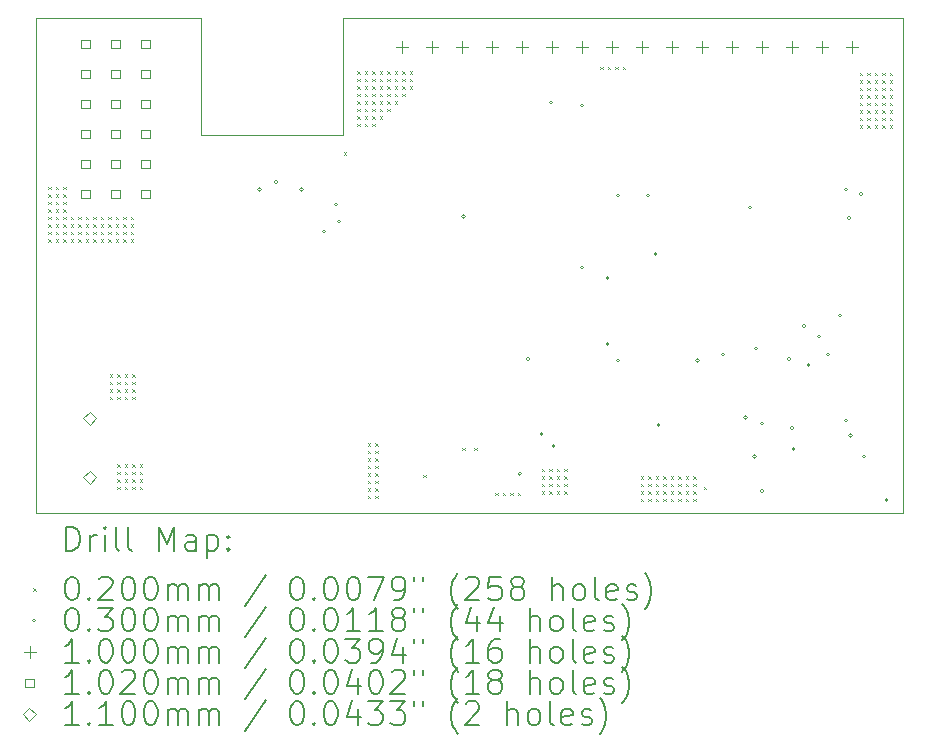
<source format=gbr>
%TF.GenerationSoftware,KiCad,Pcbnew,8.0.7*%
%TF.CreationDate,2025-03-12T01:10:02-04:00*%
%TF.ProjectId,combat-pcb,636f6d62-6174-42d7-9063-622e6b696361,rev?*%
%TF.SameCoordinates,Original*%
%TF.FileFunction,Drillmap*%
%TF.FilePolarity,Positive*%
%FSLAX45Y45*%
G04 Gerber Fmt 4.5, Leading zero omitted, Abs format (unit mm)*
G04 Created by KiCad (PCBNEW 8.0.7) date 2025-03-12 01:10:02*
%MOMM*%
%LPD*%
G01*
G04 APERTURE LIST*
%ADD10C,0.050000*%
%ADD11C,0.200000*%
%ADD12C,0.100000*%
%ADD13C,0.102000*%
%ADD14C,0.110000*%
G04 APERTURE END LIST*
D10*
X16738600Y-8102600D02*
X15532100Y-8102600D01*
X21475700Y-11303000D02*
X14135100Y-11303000D01*
X21475700Y-7112000D02*
X16738600Y-7112000D01*
X16738600Y-7112000D02*
X16738600Y-8102600D01*
X14135100Y-7112000D02*
X15532100Y-7112000D01*
X15532100Y-8102600D02*
X15532100Y-7112000D01*
X21475700Y-7112000D02*
X21475700Y-11303000D01*
X14135100Y-11303000D02*
X14135100Y-7112000D01*
D11*
D12*
X14239400Y-8537100D02*
X14259400Y-8557100D01*
X14259400Y-8537100D02*
X14239400Y-8557100D01*
X14239400Y-8600600D02*
X14259400Y-8620600D01*
X14259400Y-8600600D02*
X14239400Y-8620600D01*
X14239400Y-8664100D02*
X14259400Y-8684100D01*
X14259400Y-8664100D02*
X14239400Y-8684100D01*
X14239400Y-8727600D02*
X14259400Y-8747600D01*
X14259400Y-8727600D02*
X14239400Y-8747600D01*
X14239400Y-8791100D02*
X14259400Y-8811100D01*
X14259400Y-8791100D02*
X14239400Y-8811100D01*
X14239400Y-8854600D02*
X14259400Y-8874600D01*
X14259400Y-8854600D02*
X14239400Y-8874600D01*
X14239400Y-8918100D02*
X14259400Y-8938100D01*
X14259400Y-8918100D02*
X14239400Y-8938100D01*
X14239400Y-8981600D02*
X14259400Y-9001600D01*
X14259400Y-8981600D02*
X14239400Y-9001600D01*
X14302900Y-8537100D02*
X14322900Y-8557100D01*
X14322900Y-8537100D02*
X14302900Y-8557100D01*
X14302900Y-8600600D02*
X14322900Y-8620600D01*
X14322900Y-8600600D02*
X14302900Y-8620600D01*
X14302900Y-8664100D02*
X14322900Y-8684100D01*
X14322900Y-8664100D02*
X14302900Y-8684100D01*
X14302900Y-8727600D02*
X14322900Y-8747600D01*
X14322900Y-8727600D02*
X14302900Y-8747600D01*
X14302900Y-8791100D02*
X14322900Y-8811100D01*
X14322900Y-8791100D02*
X14302900Y-8811100D01*
X14302900Y-8854600D02*
X14322900Y-8874600D01*
X14322900Y-8854600D02*
X14302900Y-8874600D01*
X14302900Y-8918100D02*
X14322900Y-8938100D01*
X14322900Y-8918100D02*
X14302900Y-8938100D01*
X14302900Y-8981600D02*
X14322900Y-9001600D01*
X14322900Y-8981600D02*
X14302900Y-9001600D01*
X14366400Y-8537100D02*
X14386400Y-8557100D01*
X14386400Y-8537100D02*
X14366400Y-8557100D01*
X14366400Y-8600600D02*
X14386400Y-8620600D01*
X14386400Y-8600600D02*
X14366400Y-8620600D01*
X14366400Y-8664100D02*
X14386400Y-8684100D01*
X14386400Y-8664100D02*
X14366400Y-8684100D01*
X14366400Y-8727600D02*
X14386400Y-8747600D01*
X14386400Y-8727600D02*
X14366400Y-8747600D01*
X14366400Y-8791100D02*
X14386400Y-8811100D01*
X14386400Y-8791100D02*
X14366400Y-8811100D01*
X14366400Y-8854600D02*
X14386400Y-8874600D01*
X14386400Y-8854600D02*
X14366400Y-8874600D01*
X14366400Y-8918100D02*
X14386400Y-8938100D01*
X14386400Y-8918100D02*
X14366400Y-8938100D01*
X14366400Y-8981600D02*
X14386400Y-9001600D01*
X14386400Y-8981600D02*
X14366400Y-9001600D01*
X14429900Y-8791100D02*
X14449900Y-8811100D01*
X14449900Y-8791100D02*
X14429900Y-8811100D01*
X14429900Y-8854600D02*
X14449900Y-8874600D01*
X14449900Y-8854600D02*
X14429900Y-8874600D01*
X14429900Y-8918100D02*
X14449900Y-8938100D01*
X14449900Y-8918100D02*
X14429900Y-8938100D01*
X14429900Y-8981600D02*
X14449900Y-9001600D01*
X14449900Y-8981600D02*
X14429900Y-9001600D01*
X14493400Y-8791100D02*
X14513400Y-8811100D01*
X14513400Y-8791100D02*
X14493400Y-8811100D01*
X14493400Y-8854600D02*
X14513400Y-8874600D01*
X14513400Y-8854600D02*
X14493400Y-8874600D01*
X14493400Y-8918100D02*
X14513400Y-8938100D01*
X14513400Y-8918100D02*
X14493400Y-8938100D01*
X14493400Y-8981600D02*
X14513400Y-9001600D01*
X14513400Y-8981600D02*
X14493400Y-9001600D01*
X14556900Y-8791100D02*
X14576900Y-8811100D01*
X14576900Y-8791100D02*
X14556900Y-8811100D01*
X14556900Y-8854600D02*
X14576900Y-8874600D01*
X14576900Y-8854600D02*
X14556900Y-8874600D01*
X14556900Y-8918100D02*
X14576900Y-8938100D01*
X14576900Y-8918100D02*
X14556900Y-8938100D01*
X14556900Y-8981600D02*
X14576900Y-9001600D01*
X14576900Y-8981600D02*
X14556900Y-9001600D01*
X14620400Y-8791100D02*
X14640400Y-8811100D01*
X14640400Y-8791100D02*
X14620400Y-8811100D01*
X14620400Y-8854600D02*
X14640400Y-8874600D01*
X14640400Y-8854600D02*
X14620400Y-8874600D01*
X14620400Y-8918100D02*
X14640400Y-8938100D01*
X14640400Y-8918100D02*
X14620400Y-8938100D01*
X14620400Y-8981600D02*
X14640400Y-9001600D01*
X14640400Y-8981600D02*
X14620400Y-9001600D01*
X14683900Y-8791100D02*
X14703900Y-8811100D01*
X14703900Y-8791100D02*
X14683900Y-8811100D01*
X14683900Y-8854600D02*
X14703900Y-8874600D01*
X14703900Y-8854600D02*
X14683900Y-8874600D01*
X14683900Y-8918100D02*
X14703900Y-8938100D01*
X14703900Y-8918100D02*
X14683900Y-8938100D01*
X14683900Y-8981600D02*
X14703900Y-9001600D01*
X14703900Y-8981600D02*
X14683900Y-9001600D01*
X14747400Y-8791100D02*
X14767400Y-8811100D01*
X14767400Y-8791100D02*
X14747400Y-8811100D01*
X14747400Y-8854600D02*
X14767400Y-8874600D01*
X14767400Y-8854600D02*
X14747400Y-8874600D01*
X14747400Y-8918100D02*
X14767400Y-8938100D01*
X14767400Y-8918100D02*
X14747400Y-8938100D01*
X14747400Y-8981600D02*
X14767400Y-9001600D01*
X14767400Y-8981600D02*
X14747400Y-9001600D01*
X14760100Y-10124600D02*
X14780100Y-10144600D01*
X14780100Y-10124600D02*
X14760100Y-10144600D01*
X14760100Y-10188100D02*
X14780100Y-10208100D01*
X14780100Y-10188100D02*
X14760100Y-10208100D01*
X14760100Y-10251600D02*
X14780100Y-10271600D01*
X14780100Y-10251600D02*
X14760100Y-10271600D01*
X14760100Y-10315100D02*
X14780100Y-10335100D01*
X14780100Y-10315100D02*
X14760100Y-10335100D01*
X14810900Y-8791100D02*
X14830900Y-8811100D01*
X14830900Y-8791100D02*
X14810900Y-8811100D01*
X14810900Y-8854600D02*
X14830900Y-8874600D01*
X14830900Y-8854600D02*
X14810900Y-8874600D01*
X14810900Y-8918100D02*
X14830900Y-8938100D01*
X14830900Y-8918100D02*
X14810900Y-8938100D01*
X14810900Y-8981600D02*
X14830900Y-9001600D01*
X14830900Y-8981600D02*
X14810900Y-9001600D01*
X14823600Y-10124600D02*
X14843600Y-10144600D01*
X14843600Y-10124600D02*
X14823600Y-10144600D01*
X14823600Y-10188100D02*
X14843600Y-10208100D01*
X14843600Y-10188100D02*
X14823600Y-10208100D01*
X14823600Y-10251600D02*
X14843600Y-10271600D01*
X14843600Y-10251600D02*
X14823600Y-10271600D01*
X14823600Y-10315100D02*
X14843600Y-10335100D01*
X14843600Y-10315100D02*
X14823600Y-10335100D01*
X14823600Y-10886600D02*
X14843600Y-10906600D01*
X14843600Y-10886600D02*
X14823600Y-10906600D01*
X14823600Y-10950100D02*
X14843600Y-10970100D01*
X14843600Y-10950100D02*
X14823600Y-10970100D01*
X14823600Y-11013600D02*
X14843600Y-11033600D01*
X14843600Y-11013600D02*
X14823600Y-11033600D01*
X14823600Y-11077100D02*
X14843600Y-11097100D01*
X14843600Y-11077100D02*
X14823600Y-11097100D01*
X14874400Y-8791100D02*
X14894400Y-8811100D01*
X14894400Y-8791100D02*
X14874400Y-8811100D01*
X14874400Y-8854600D02*
X14894400Y-8874600D01*
X14894400Y-8854600D02*
X14874400Y-8874600D01*
X14874400Y-8918100D02*
X14894400Y-8938100D01*
X14894400Y-8918100D02*
X14874400Y-8938100D01*
X14874400Y-8981600D02*
X14894400Y-9001600D01*
X14894400Y-8981600D02*
X14874400Y-9001600D01*
X14887100Y-10124600D02*
X14907100Y-10144600D01*
X14907100Y-10124600D02*
X14887100Y-10144600D01*
X14887100Y-10188100D02*
X14907100Y-10208100D01*
X14907100Y-10188100D02*
X14887100Y-10208100D01*
X14887100Y-10251600D02*
X14907100Y-10271600D01*
X14907100Y-10251600D02*
X14887100Y-10271600D01*
X14887100Y-10315100D02*
X14907100Y-10335100D01*
X14907100Y-10315100D02*
X14887100Y-10335100D01*
X14887100Y-10886600D02*
X14907100Y-10906600D01*
X14907100Y-10886600D02*
X14887100Y-10906600D01*
X14887100Y-10950100D02*
X14907100Y-10970100D01*
X14907100Y-10950100D02*
X14887100Y-10970100D01*
X14887100Y-11013600D02*
X14907100Y-11033600D01*
X14907100Y-11013600D02*
X14887100Y-11033600D01*
X14887100Y-11077100D02*
X14907100Y-11097100D01*
X14907100Y-11077100D02*
X14887100Y-11097100D01*
X14937900Y-8791100D02*
X14957900Y-8811100D01*
X14957900Y-8791100D02*
X14937900Y-8811100D01*
X14937900Y-8854600D02*
X14957900Y-8874600D01*
X14957900Y-8854600D02*
X14937900Y-8874600D01*
X14937900Y-8918100D02*
X14957900Y-8938100D01*
X14957900Y-8918100D02*
X14937900Y-8938100D01*
X14937900Y-8981600D02*
X14957900Y-9001600D01*
X14957900Y-8981600D02*
X14937900Y-9001600D01*
X14950600Y-10124600D02*
X14970600Y-10144600D01*
X14970600Y-10124600D02*
X14950600Y-10144600D01*
X14950600Y-10188100D02*
X14970600Y-10208100D01*
X14970600Y-10188100D02*
X14950600Y-10208100D01*
X14950600Y-10251600D02*
X14970600Y-10271600D01*
X14970600Y-10251600D02*
X14950600Y-10271600D01*
X14950600Y-10315100D02*
X14970600Y-10335100D01*
X14970600Y-10315100D02*
X14950600Y-10335100D01*
X14950600Y-10886600D02*
X14970600Y-10906600D01*
X14970600Y-10886600D02*
X14950600Y-10906600D01*
X14950600Y-10950100D02*
X14970600Y-10970100D01*
X14970600Y-10950100D02*
X14950600Y-10970100D01*
X14950600Y-11013600D02*
X14970600Y-11033600D01*
X14970600Y-11013600D02*
X14950600Y-11033600D01*
X14950600Y-11077100D02*
X14970600Y-11097100D01*
X14970600Y-11077100D02*
X14950600Y-11097100D01*
X15014100Y-10886600D02*
X15034100Y-10906600D01*
X15034100Y-10886600D02*
X15014100Y-10906600D01*
X15014100Y-10950100D02*
X15034100Y-10970100D01*
X15034100Y-10950100D02*
X15014100Y-10970100D01*
X15014100Y-11013600D02*
X15034100Y-11033600D01*
X15034100Y-11013600D02*
X15014100Y-11033600D01*
X15014100Y-11077100D02*
X15034100Y-11097100D01*
X15034100Y-11077100D02*
X15014100Y-11097100D01*
X16741300Y-8245000D02*
X16761300Y-8265000D01*
X16761300Y-8245000D02*
X16741300Y-8265000D01*
X16855600Y-7559200D02*
X16875600Y-7579200D01*
X16875600Y-7559200D02*
X16855600Y-7579200D01*
X16855600Y-7622700D02*
X16875600Y-7642700D01*
X16875600Y-7622700D02*
X16855600Y-7642700D01*
X16855600Y-7686200D02*
X16875600Y-7706200D01*
X16875600Y-7686200D02*
X16855600Y-7706200D01*
X16855600Y-7749700D02*
X16875600Y-7769700D01*
X16875600Y-7749700D02*
X16855600Y-7769700D01*
X16855600Y-7813200D02*
X16875600Y-7833200D01*
X16875600Y-7813200D02*
X16855600Y-7833200D01*
X16855600Y-7876700D02*
X16875600Y-7896700D01*
X16875600Y-7876700D02*
X16855600Y-7896700D01*
X16855600Y-7940200D02*
X16875600Y-7960200D01*
X16875600Y-7940200D02*
X16855600Y-7960200D01*
X16855600Y-8003700D02*
X16875600Y-8023700D01*
X16875600Y-8003700D02*
X16855600Y-8023700D01*
X16919100Y-7559200D02*
X16939100Y-7579200D01*
X16939100Y-7559200D02*
X16919100Y-7579200D01*
X16919100Y-7622700D02*
X16939100Y-7642700D01*
X16939100Y-7622700D02*
X16919100Y-7642700D01*
X16919100Y-7686200D02*
X16939100Y-7706200D01*
X16939100Y-7686200D02*
X16919100Y-7706200D01*
X16919100Y-7749700D02*
X16939100Y-7769700D01*
X16939100Y-7749700D02*
X16919100Y-7769700D01*
X16919100Y-7813200D02*
X16939100Y-7833200D01*
X16939100Y-7813200D02*
X16919100Y-7833200D01*
X16919100Y-7876700D02*
X16939100Y-7896700D01*
X16939100Y-7876700D02*
X16919100Y-7896700D01*
X16919100Y-7940200D02*
X16939100Y-7960200D01*
X16939100Y-7940200D02*
X16919100Y-7960200D01*
X16919100Y-8003700D02*
X16939100Y-8023700D01*
X16939100Y-8003700D02*
X16919100Y-8023700D01*
X16944500Y-10708800D02*
X16964500Y-10728800D01*
X16964500Y-10708800D02*
X16944500Y-10728800D01*
X16944500Y-10772300D02*
X16964500Y-10792300D01*
X16964500Y-10772300D02*
X16944500Y-10792300D01*
X16944500Y-10835800D02*
X16964500Y-10855800D01*
X16964500Y-10835800D02*
X16944500Y-10855800D01*
X16944500Y-10899300D02*
X16964500Y-10919300D01*
X16964500Y-10899300D02*
X16944500Y-10919300D01*
X16944500Y-10962800D02*
X16964500Y-10982800D01*
X16964500Y-10962800D02*
X16944500Y-10982800D01*
X16944500Y-11026300D02*
X16964500Y-11046300D01*
X16964500Y-11026300D02*
X16944500Y-11046300D01*
X16944500Y-11089800D02*
X16964500Y-11109800D01*
X16964500Y-11089800D02*
X16944500Y-11109800D01*
X16944500Y-11153300D02*
X16964500Y-11173300D01*
X16964500Y-11153300D02*
X16944500Y-11173300D01*
X16982600Y-7559200D02*
X17002600Y-7579200D01*
X17002600Y-7559200D02*
X16982600Y-7579200D01*
X16982600Y-7622700D02*
X17002600Y-7642700D01*
X17002600Y-7622700D02*
X16982600Y-7642700D01*
X16982600Y-7686200D02*
X17002600Y-7706200D01*
X17002600Y-7686200D02*
X16982600Y-7706200D01*
X16982600Y-7749700D02*
X17002600Y-7769700D01*
X17002600Y-7749700D02*
X16982600Y-7769700D01*
X16982600Y-7813200D02*
X17002600Y-7833200D01*
X17002600Y-7813200D02*
X16982600Y-7833200D01*
X16982600Y-7876700D02*
X17002600Y-7896700D01*
X17002600Y-7876700D02*
X16982600Y-7896700D01*
X16982600Y-7940200D02*
X17002600Y-7960200D01*
X17002600Y-7940200D02*
X16982600Y-7960200D01*
X16982600Y-8003700D02*
X17002600Y-8023700D01*
X17002600Y-8003700D02*
X16982600Y-8023700D01*
X17008000Y-10708800D02*
X17028000Y-10728800D01*
X17028000Y-10708800D02*
X17008000Y-10728800D01*
X17008000Y-10772300D02*
X17028000Y-10792300D01*
X17028000Y-10772300D02*
X17008000Y-10792300D01*
X17008000Y-10835800D02*
X17028000Y-10855800D01*
X17028000Y-10835800D02*
X17008000Y-10855800D01*
X17008000Y-10899300D02*
X17028000Y-10919300D01*
X17028000Y-10899300D02*
X17008000Y-10919300D01*
X17008000Y-10962800D02*
X17028000Y-10982800D01*
X17028000Y-10962800D02*
X17008000Y-10982800D01*
X17008000Y-11026300D02*
X17028000Y-11046300D01*
X17028000Y-11026300D02*
X17008000Y-11046300D01*
X17008000Y-11089800D02*
X17028000Y-11109800D01*
X17028000Y-11089800D02*
X17008000Y-11109800D01*
X17008000Y-11153300D02*
X17028000Y-11173300D01*
X17028000Y-11153300D02*
X17008000Y-11173300D01*
X17046100Y-7559200D02*
X17066100Y-7579200D01*
X17066100Y-7559200D02*
X17046100Y-7579200D01*
X17046100Y-7622700D02*
X17066100Y-7642700D01*
X17066100Y-7622700D02*
X17046100Y-7642700D01*
X17046100Y-7686200D02*
X17066100Y-7706200D01*
X17066100Y-7686200D02*
X17046100Y-7706200D01*
X17046100Y-7749700D02*
X17066100Y-7769700D01*
X17066100Y-7749700D02*
X17046100Y-7769700D01*
X17046100Y-7813200D02*
X17066100Y-7833200D01*
X17066100Y-7813200D02*
X17046100Y-7833200D01*
X17046100Y-7876700D02*
X17066100Y-7896700D01*
X17066100Y-7876700D02*
X17046100Y-7896700D01*
X17046100Y-7940200D02*
X17066100Y-7960200D01*
X17066100Y-7940200D02*
X17046100Y-7960200D01*
X17109600Y-7559200D02*
X17129600Y-7579200D01*
X17129600Y-7559200D02*
X17109600Y-7579200D01*
X17109600Y-7622700D02*
X17129600Y-7642700D01*
X17129600Y-7622700D02*
X17109600Y-7642700D01*
X17109600Y-7686200D02*
X17129600Y-7706200D01*
X17129600Y-7686200D02*
X17109600Y-7706200D01*
X17109600Y-7749700D02*
X17129600Y-7769700D01*
X17129600Y-7749700D02*
X17109600Y-7769700D01*
X17109600Y-7813200D02*
X17129600Y-7833200D01*
X17129600Y-7813200D02*
X17109600Y-7833200D01*
X17109600Y-7876700D02*
X17129600Y-7896700D01*
X17129600Y-7876700D02*
X17109600Y-7896700D01*
X17173100Y-7559200D02*
X17193100Y-7579200D01*
X17193100Y-7559200D02*
X17173100Y-7579200D01*
X17173100Y-7622700D02*
X17193100Y-7642700D01*
X17193100Y-7622700D02*
X17173100Y-7642700D01*
X17173100Y-7686200D02*
X17193100Y-7706200D01*
X17193100Y-7686200D02*
X17173100Y-7706200D01*
X17173100Y-7749700D02*
X17193100Y-7769700D01*
X17193100Y-7749700D02*
X17173100Y-7769700D01*
X17173100Y-7813200D02*
X17193100Y-7833200D01*
X17193100Y-7813200D02*
X17173100Y-7833200D01*
X17236600Y-7559200D02*
X17256600Y-7579200D01*
X17256600Y-7559200D02*
X17236600Y-7579200D01*
X17236600Y-7622700D02*
X17256600Y-7642700D01*
X17256600Y-7622700D02*
X17236600Y-7642700D01*
X17236600Y-7686200D02*
X17256600Y-7706200D01*
X17256600Y-7686200D02*
X17236600Y-7706200D01*
X17236600Y-7749700D02*
X17256600Y-7769700D01*
X17256600Y-7749700D02*
X17236600Y-7769700D01*
X17300100Y-7559200D02*
X17320100Y-7579200D01*
X17320100Y-7559200D02*
X17300100Y-7579200D01*
X17300100Y-7622700D02*
X17320100Y-7642700D01*
X17320100Y-7622700D02*
X17300100Y-7642700D01*
X17300100Y-7686200D02*
X17320100Y-7706200D01*
X17320100Y-7686200D02*
X17300100Y-7706200D01*
X17414400Y-10975500D02*
X17434400Y-10995500D01*
X17434400Y-10975500D02*
X17414400Y-10995500D01*
X17744600Y-10746900D02*
X17764600Y-10766900D01*
X17764600Y-10746900D02*
X17744600Y-10766900D01*
X17846200Y-10746900D02*
X17866200Y-10766900D01*
X17866200Y-10746900D02*
X17846200Y-10766900D01*
X18024000Y-11127900D02*
X18044000Y-11147900D01*
X18044000Y-11127900D02*
X18024000Y-11147900D01*
X18087500Y-11127900D02*
X18107500Y-11147900D01*
X18107500Y-11127900D02*
X18087500Y-11147900D01*
X18151000Y-11127900D02*
X18171000Y-11147900D01*
X18171000Y-11127900D02*
X18151000Y-11147900D01*
X18214500Y-11127900D02*
X18234500Y-11147900D01*
X18234500Y-11127900D02*
X18214500Y-11147900D01*
X18417700Y-10924700D02*
X18437700Y-10944700D01*
X18437700Y-10924700D02*
X18417700Y-10944700D01*
X18417700Y-10988200D02*
X18437700Y-11008200D01*
X18437700Y-10988200D02*
X18417700Y-11008200D01*
X18417700Y-11051700D02*
X18437700Y-11071700D01*
X18437700Y-11051700D02*
X18417700Y-11071700D01*
X18417700Y-11115200D02*
X18437700Y-11135200D01*
X18437700Y-11115200D02*
X18417700Y-11135200D01*
X18481200Y-10924700D02*
X18501200Y-10944700D01*
X18501200Y-10924700D02*
X18481200Y-10944700D01*
X18481200Y-10988200D02*
X18501200Y-11008200D01*
X18501200Y-10988200D02*
X18481200Y-11008200D01*
X18481200Y-11051700D02*
X18501200Y-11071700D01*
X18501200Y-11051700D02*
X18481200Y-11071700D01*
X18481200Y-11115200D02*
X18501200Y-11135200D01*
X18501200Y-11115200D02*
X18481200Y-11135200D01*
X18544700Y-10924700D02*
X18564700Y-10944700D01*
X18564700Y-10924700D02*
X18544700Y-10944700D01*
X18544700Y-10988200D02*
X18564700Y-11008200D01*
X18564700Y-10988200D02*
X18544700Y-11008200D01*
X18544700Y-11051700D02*
X18564700Y-11071700D01*
X18564700Y-11051700D02*
X18544700Y-11071700D01*
X18544700Y-11115200D02*
X18564700Y-11135200D01*
X18564700Y-11115200D02*
X18544700Y-11135200D01*
X18608200Y-10924700D02*
X18628200Y-10944700D01*
X18628200Y-10924700D02*
X18608200Y-10944700D01*
X18608200Y-10988200D02*
X18628200Y-11008200D01*
X18628200Y-10988200D02*
X18608200Y-11008200D01*
X18608200Y-11051700D02*
X18628200Y-11071700D01*
X18628200Y-11051700D02*
X18608200Y-11071700D01*
X18608200Y-11115200D02*
X18628200Y-11135200D01*
X18628200Y-11115200D02*
X18608200Y-11135200D01*
X18913000Y-7521100D02*
X18933000Y-7541100D01*
X18933000Y-7521100D02*
X18913000Y-7541100D01*
X18976500Y-7521100D02*
X18996500Y-7541100D01*
X18996500Y-7521100D02*
X18976500Y-7541100D01*
X19040000Y-7521100D02*
X19060000Y-7541100D01*
X19060000Y-7521100D02*
X19040000Y-7541100D01*
X19103500Y-7521100D02*
X19123500Y-7541100D01*
X19123500Y-7521100D02*
X19103500Y-7541100D01*
X19255900Y-10988200D02*
X19275900Y-11008200D01*
X19275900Y-10988200D02*
X19255900Y-11008200D01*
X19255900Y-11051700D02*
X19275900Y-11071700D01*
X19275900Y-11051700D02*
X19255900Y-11071700D01*
X19255900Y-11115200D02*
X19275900Y-11135200D01*
X19275900Y-11115200D02*
X19255900Y-11135200D01*
X19255900Y-11178700D02*
X19275900Y-11198700D01*
X19275900Y-11178700D02*
X19255900Y-11198700D01*
X19319400Y-10988200D02*
X19339400Y-11008200D01*
X19339400Y-10988200D02*
X19319400Y-11008200D01*
X19319400Y-11051700D02*
X19339400Y-11071700D01*
X19339400Y-11051700D02*
X19319400Y-11071700D01*
X19319400Y-11115200D02*
X19339400Y-11135200D01*
X19339400Y-11115200D02*
X19319400Y-11135200D01*
X19319400Y-11178700D02*
X19339400Y-11198700D01*
X19339400Y-11178700D02*
X19319400Y-11198700D01*
X19382900Y-10988200D02*
X19402900Y-11008200D01*
X19402900Y-10988200D02*
X19382900Y-11008200D01*
X19382900Y-11051700D02*
X19402900Y-11071700D01*
X19402900Y-11051700D02*
X19382900Y-11071700D01*
X19382900Y-11115200D02*
X19402900Y-11135200D01*
X19402900Y-11115200D02*
X19382900Y-11135200D01*
X19382900Y-11178700D02*
X19402900Y-11198700D01*
X19402900Y-11178700D02*
X19382900Y-11198700D01*
X19446400Y-10988200D02*
X19466400Y-11008200D01*
X19466400Y-10988200D02*
X19446400Y-11008200D01*
X19446400Y-11051700D02*
X19466400Y-11071700D01*
X19466400Y-11051700D02*
X19446400Y-11071700D01*
X19446400Y-11115200D02*
X19466400Y-11135200D01*
X19466400Y-11115200D02*
X19446400Y-11135200D01*
X19446400Y-11178700D02*
X19466400Y-11198700D01*
X19466400Y-11178700D02*
X19446400Y-11198700D01*
X19509900Y-10988200D02*
X19529900Y-11008200D01*
X19529900Y-10988200D02*
X19509900Y-11008200D01*
X19509900Y-11051700D02*
X19529900Y-11071700D01*
X19529900Y-11051700D02*
X19509900Y-11071700D01*
X19509900Y-11115200D02*
X19529900Y-11135200D01*
X19529900Y-11115200D02*
X19509900Y-11135200D01*
X19509900Y-11178700D02*
X19529900Y-11198700D01*
X19529900Y-11178700D02*
X19509900Y-11198700D01*
X19573400Y-10988200D02*
X19593400Y-11008200D01*
X19593400Y-10988200D02*
X19573400Y-11008200D01*
X19573400Y-11051700D02*
X19593400Y-11071700D01*
X19593400Y-11051700D02*
X19573400Y-11071700D01*
X19573400Y-11115200D02*
X19593400Y-11135200D01*
X19593400Y-11115200D02*
X19573400Y-11135200D01*
X19573400Y-11178700D02*
X19593400Y-11198700D01*
X19593400Y-11178700D02*
X19573400Y-11198700D01*
X19636900Y-10988200D02*
X19656900Y-11008200D01*
X19656900Y-10988200D02*
X19636900Y-11008200D01*
X19636900Y-11051700D02*
X19656900Y-11071700D01*
X19656900Y-11051700D02*
X19636900Y-11071700D01*
X19636900Y-11115200D02*
X19656900Y-11135200D01*
X19656900Y-11115200D02*
X19636900Y-11135200D01*
X19636900Y-11178700D02*
X19656900Y-11198700D01*
X19656900Y-11178700D02*
X19636900Y-11198700D01*
X19700400Y-10988200D02*
X19720400Y-11008200D01*
X19720400Y-10988200D02*
X19700400Y-11008200D01*
X19700400Y-11051700D02*
X19720400Y-11071700D01*
X19720400Y-11051700D02*
X19700400Y-11071700D01*
X19700400Y-11115200D02*
X19720400Y-11135200D01*
X19720400Y-11115200D02*
X19700400Y-11135200D01*
X19700400Y-11178700D02*
X19720400Y-11198700D01*
X19720400Y-11178700D02*
X19700400Y-11198700D01*
X19789300Y-11077100D02*
X19809300Y-11097100D01*
X19809300Y-11077100D02*
X19789300Y-11097100D01*
X21110100Y-7571900D02*
X21130100Y-7591900D01*
X21130100Y-7571900D02*
X21110100Y-7591900D01*
X21110100Y-7635400D02*
X21130100Y-7655400D01*
X21130100Y-7635400D02*
X21110100Y-7655400D01*
X21110100Y-7698900D02*
X21130100Y-7718900D01*
X21130100Y-7698900D02*
X21110100Y-7718900D01*
X21110100Y-7762400D02*
X21130100Y-7782400D01*
X21130100Y-7762400D02*
X21110100Y-7782400D01*
X21110100Y-7825900D02*
X21130100Y-7845900D01*
X21130100Y-7825900D02*
X21110100Y-7845900D01*
X21110100Y-7889400D02*
X21130100Y-7909400D01*
X21130100Y-7889400D02*
X21110100Y-7909400D01*
X21110100Y-7952900D02*
X21130100Y-7972900D01*
X21130100Y-7952900D02*
X21110100Y-7972900D01*
X21110100Y-8016400D02*
X21130100Y-8036400D01*
X21130100Y-8016400D02*
X21110100Y-8036400D01*
X21173600Y-7571900D02*
X21193600Y-7591900D01*
X21193600Y-7571900D02*
X21173600Y-7591900D01*
X21173600Y-7635400D02*
X21193600Y-7655400D01*
X21193600Y-7635400D02*
X21173600Y-7655400D01*
X21173600Y-7698900D02*
X21193600Y-7718900D01*
X21193600Y-7698900D02*
X21173600Y-7718900D01*
X21173600Y-7762400D02*
X21193600Y-7782400D01*
X21193600Y-7762400D02*
X21173600Y-7782400D01*
X21173600Y-7825900D02*
X21193600Y-7845900D01*
X21193600Y-7825900D02*
X21173600Y-7845900D01*
X21173600Y-7889400D02*
X21193600Y-7909400D01*
X21193600Y-7889400D02*
X21173600Y-7909400D01*
X21173600Y-7952900D02*
X21193600Y-7972900D01*
X21193600Y-7952900D02*
X21173600Y-7972900D01*
X21173600Y-8016400D02*
X21193600Y-8036400D01*
X21193600Y-8016400D02*
X21173600Y-8036400D01*
X21237100Y-7571900D02*
X21257100Y-7591900D01*
X21257100Y-7571900D02*
X21237100Y-7591900D01*
X21237100Y-7635400D02*
X21257100Y-7655400D01*
X21257100Y-7635400D02*
X21237100Y-7655400D01*
X21237100Y-7698900D02*
X21257100Y-7718900D01*
X21257100Y-7698900D02*
X21237100Y-7718900D01*
X21237100Y-7762400D02*
X21257100Y-7782400D01*
X21257100Y-7762400D02*
X21237100Y-7782400D01*
X21237100Y-7825900D02*
X21257100Y-7845900D01*
X21257100Y-7825900D02*
X21237100Y-7845900D01*
X21237100Y-7889400D02*
X21257100Y-7909400D01*
X21257100Y-7889400D02*
X21237100Y-7909400D01*
X21237100Y-7952900D02*
X21257100Y-7972900D01*
X21257100Y-7952900D02*
X21237100Y-7972900D01*
X21237100Y-8016400D02*
X21257100Y-8036400D01*
X21257100Y-8016400D02*
X21237100Y-8036400D01*
X21300600Y-7571900D02*
X21320600Y-7591900D01*
X21320600Y-7571900D02*
X21300600Y-7591900D01*
X21300600Y-7635400D02*
X21320600Y-7655400D01*
X21320600Y-7635400D02*
X21300600Y-7655400D01*
X21300600Y-7698900D02*
X21320600Y-7718900D01*
X21320600Y-7698900D02*
X21300600Y-7718900D01*
X21300600Y-7762400D02*
X21320600Y-7782400D01*
X21320600Y-7762400D02*
X21300600Y-7782400D01*
X21300600Y-7825900D02*
X21320600Y-7845900D01*
X21320600Y-7825900D02*
X21300600Y-7845900D01*
X21300600Y-7889400D02*
X21320600Y-7909400D01*
X21320600Y-7889400D02*
X21300600Y-7909400D01*
X21300600Y-7952900D02*
X21320600Y-7972900D01*
X21320600Y-7952900D02*
X21300600Y-7972900D01*
X21300600Y-8016400D02*
X21320600Y-8036400D01*
X21320600Y-8016400D02*
X21300600Y-8036400D01*
X21364100Y-7571900D02*
X21384100Y-7591900D01*
X21384100Y-7571900D02*
X21364100Y-7591900D01*
X21364100Y-7635400D02*
X21384100Y-7655400D01*
X21384100Y-7635400D02*
X21364100Y-7655400D01*
X21364100Y-7698900D02*
X21384100Y-7718900D01*
X21384100Y-7698900D02*
X21364100Y-7718900D01*
X21364100Y-7762400D02*
X21384100Y-7782400D01*
X21384100Y-7762400D02*
X21364100Y-7782400D01*
X21364100Y-7825900D02*
X21384100Y-7845900D01*
X21384100Y-7825900D02*
X21364100Y-7845900D01*
X21364100Y-7889400D02*
X21384100Y-7909400D01*
X21384100Y-7889400D02*
X21364100Y-7909400D01*
X21364100Y-7952900D02*
X21384100Y-7972900D01*
X21384100Y-7952900D02*
X21364100Y-7972900D01*
X21364100Y-8016400D02*
X21384100Y-8036400D01*
X21384100Y-8016400D02*
X21364100Y-8036400D01*
X16042400Y-8559800D02*
G75*
G02*
X16012400Y-8559800I-15000J0D01*
G01*
X16012400Y-8559800D02*
G75*
G02*
X16042400Y-8559800I15000J0D01*
G01*
X16182100Y-8496300D02*
G75*
G02*
X16152100Y-8496300I-15000J0D01*
G01*
X16152100Y-8496300D02*
G75*
G02*
X16182100Y-8496300I15000J0D01*
G01*
X16398000Y-8559800D02*
G75*
G02*
X16368000Y-8559800I-15000J0D01*
G01*
X16368000Y-8559800D02*
G75*
G02*
X16398000Y-8559800I15000J0D01*
G01*
X16588500Y-8915400D02*
G75*
G02*
X16558500Y-8915400I-15000J0D01*
G01*
X16558500Y-8915400D02*
G75*
G02*
X16588500Y-8915400I15000J0D01*
G01*
X16690100Y-8686800D02*
G75*
G02*
X16660100Y-8686800I-15000J0D01*
G01*
X16660100Y-8686800D02*
G75*
G02*
X16690100Y-8686800I15000J0D01*
G01*
X16715500Y-8830150D02*
G75*
G02*
X16685500Y-8830150I-15000J0D01*
G01*
X16685500Y-8830150D02*
G75*
G02*
X16715500Y-8830150I15000J0D01*
G01*
X17769600Y-8788400D02*
G75*
G02*
X17739600Y-8788400I-15000J0D01*
G01*
X17739600Y-8788400D02*
G75*
G02*
X17769600Y-8788400I15000J0D01*
G01*
X18246811Y-10967411D02*
G75*
G02*
X18216811Y-10967411I-15000J0D01*
G01*
X18216811Y-10967411D02*
G75*
G02*
X18246811Y-10967411I15000J0D01*
G01*
X18315700Y-9994900D02*
G75*
G02*
X18285700Y-9994900I-15000J0D01*
G01*
X18285700Y-9994900D02*
G75*
G02*
X18315700Y-9994900I15000J0D01*
G01*
X18430000Y-10629900D02*
G75*
G02*
X18400000Y-10629900I-15000J0D01*
G01*
X18400000Y-10629900D02*
G75*
G02*
X18430000Y-10629900I15000J0D01*
G01*
X18509700Y-7823200D02*
G75*
G02*
X18479700Y-7823200I-15000J0D01*
G01*
X18479700Y-7823200D02*
G75*
G02*
X18509700Y-7823200I15000J0D01*
G01*
X18531600Y-10731500D02*
G75*
G02*
X18501600Y-10731500I-15000J0D01*
G01*
X18501600Y-10731500D02*
G75*
G02*
X18531600Y-10731500I15000J0D01*
G01*
X18772900Y-7848600D02*
G75*
G02*
X18742900Y-7848600I-15000J0D01*
G01*
X18742900Y-7848600D02*
G75*
G02*
X18772900Y-7848600I15000J0D01*
G01*
X18772900Y-9220200D02*
G75*
G02*
X18742900Y-9220200I-15000J0D01*
G01*
X18742900Y-9220200D02*
G75*
G02*
X18772900Y-9220200I15000J0D01*
G01*
X18988800Y-9309100D02*
G75*
G02*
X18958800Y-9309100I-15000J0D01*
G01*
X18958800Y-9309100D02*
G75*
G02*
X18988800Y-9309100I15000J0D01*
G01*
X18988800Y-9867900D02*
G75*
G02*
X18958800Y-9867900I-15000J0D01*
G01*
X18958800Y-9867900D02*
G75*
G02*
X18988800Y-9867900I15000J0D01*
G01*
X19077700Y-8610600D02*
G75*
G02*
X19047700Y-8610600I-15000J0D01*
G01*
X19047700Y-8610600D02*
G75*
G02*
X19077700Y-8610600I15000J0D01*
G01*
X19077700Y-10007600D02*
G75*
G02*
X19047700Y-10007600I-15000J0D01*
G01*
X19047700Y-10007600D02*
G75*
G02*
X19077700Y-10007600I15000J0D01*
G01*
X19331700Y-8610600D02*
G75*
G02*
X19301700Y-8610600I-15000J0D01*
G01*
X19301700Y-8610600D02*
G75*
G02*
X19331700Y-8610600I15000J0D01*
G01*
X19395200Y-9105900D02*
G75*
G02*
X19365200Y-9105900I-15000J0D01*
G01*
X19365200Y-9105900D02*
G75*
G02*
X19395200Y-9105900I15000J0D01*
G01*
X19420600Y-10553700D02*
G75*
G02*
X19390600Y-10553700I-15000J0D01*
G01*
X19390600Y-10553700D02*
G75*
G02*
X19420600Y-10553700I15000J0D01*
G01*
X19750800Y-10007600D02*
G75*
G02*
X19720800Y-10007600I-15000J0D01*
G01*
X19720800Y-10007600D02*
G75*
G02*
X19750800Y-10007600I15000J0D01*
G01*
X19966700Y-9956800D02*
G75*
G02*
X19936700Y-9956800I-15000J0D01*
G01*
X19936700Y-9956800D02*
G75*
G02*
X19966700Y-9956800I15000J0D01*
G01*
X20157200Y-10490200D02*
G75*
G02*
X20127200Y-10490200I-15000J0D01*
G01*
X20127200Y-10490200D02*
G75*
G02*
X20157200Y-10490200I15000J0D01*
G01*
X20195300Y-8712200D02*
G75*
G02*
X20165300Y-8712200I-15000J0D01*
G01*
X20165300Y-8712200D02*
G75*
G02*
X20195300Y-8712200I15000J0D01*
G01*
X20233400Y-10820400D02*
G75*
G02*
X20203400Y-10820400I-15000J0D01*
G01*
X20203400Y-10820400D02*
G75*
G02*
X20233400Y-10820400I15000J0D01*
G01*
X20246100Y-9906000D02*
G75*
G02*
X20216100Y-9906000I-15000J0D01*
G01*
X20216100Y-9906000D02*
G75*
G02*
X20246100Y-9906000I15000J0D01*
G01*
X20296900Y-10541000D02*
G75*
G02*
X20266900Y-10541000I-15000J0D01*
G01*
X20266900Y-10541000D02*
G75*
G02*
X20296900Y-10541000I15000J0D01*
G01*
X20296900Y-11112500D02*
G75*
G02*
X20266900Y-11112500I-15000J0D01*
G01*
X20266900Y-11112500D02*
G75*
G02*
X20296900Y-11112500I15000J0D01*
G01*
X20525500Y-9994900D02*
G75*
G02*
X20495500Y-9994900I-15000J0D01*
G01*
X20495500Y-9994900D02*
G75*
G02*
X20525500Y-9994900I15000J0D01*
G01*
X20550900Y-10579100D02*
G75*
G02*
X20520900Y-10579100I-15000J0D01*
G01*
X20520900Y-10579100D02*
G75*
G02*
X20550900Y-10579100I15000J0D01*
G01*
X20563600Y-10756900D02*
G75*
G02*
X20533600Y-10756900I-15000J0D01*
G01*
X20533600Y-10756900D02*
G75*
G02*
X20563600Y-10756900I15000J0D01*
G01*
X20652500Y-9715500D02*
G75*
G02*
X20622500Y-9715500I-15000J0D01*
G01*
X20622500Y-9715500D02*
G75*
G02*
X20652500Y-9715500I15000J0D01*
G01*
X20690600Y-10045700D02*
G75*
G02*
X20660600Y-10045700I-15000J0D01*
G01*
X20660600Y-10045700D02*
G75*
G02*
X20690600Y-10045700I15000J0D01*
G01*
X20779500Y-9804400D02*
G75*
G02*
X20749500Y-9804400I-15000J0D01*
G01*
X20749500Y-9804400D02*
G75*
G02*
X20779500Y-9804400I15000J0D01*
G01*
X20855700Y-9956800D02*
G75*
G02*
X20825700Y-9956800I-15000J0D01*
G01*
X20825700Y-9956800D02*
G75*
G02*
X20855700Y-9956800I15000J0D01*
G01*
X20957300Y-9626600D02*
G75*
G02*
X20927300Y-9626600I-15000J0D01*
G01*
X20927300Y-9626600D02*
G75*
G02*
X20957300Y-9626600I15000J0D01*
G01*
X21008100Y-8559800D02*
G75*
G02*
X20978100Y-8559800I-15000J0D01*
G01*
X20978100Y-8559800D02*
G75*
G02*
X21008100Y-8559800I15000J0D01*
G01*
X21008100Y-10515600D02*
G75*
G02*
X20978100Y-10515600I-15000J0D01*
G01*
X20978100Y-10515600D02*
G75*
G02*
X21008100Y-10515600I15000J0D01*
G01*
X21033500Y-8801100D02*
G75*
G02*
X21003500Y-8801100I-15000J0D01*
G01*
X21003500Y-8801100D02*
G75*
G02*
X21033500Y-8801100I15000J0D01*
G01*
X21046200Y-10642600D02*
G75*
G02*
X21016200Y-10642600I-15000J0D01*
G01*
X21016200Y-10642600D02*
G75*
G02*
X21046200Y-10642600I15000J0D01*
G01*
X21135100Y-8597900D02*
G75*
G02*
X21105100Y-8597900I-15000J0D01*
G01*
X21105100Y-8597900D02*
G75*
G02*
X21135100Y-8597900I15000J0D01*
G01*
X21160500Y-10820400D02*
G75*
G02*
X21130500Y-10820400I-15000J0D01*
G01*
X21130500Y-10820400D02*
G75*
G02*
X21160500Y-10820400I15000J0D01*
G01*
X21351000Y-11188700D02*
G75*
G02*
X21321000Y-11188700I-15000J0D01*
G01*
X21321000Y-11188700D02*
G75*
G02*
X21351000Y-11188700I15000J0D01*
G01*
X17233900Y-7303300D02*
X17233900Y-7403300D01*
X17183900Y-7353300D02*
X17283900Y-7353300D01*
X17487900Y-7303300D02*
X17487900Y-7403300D01*
X17437900Y-7353300D02*
X17537900Y-7353300D01*
X17741900Y-7303300D02*
X17741900Y-7403300D01*
X17691900Y-7353300D02*
X17791900Y-7353300D01*
X17995900Y-7303300D02*
X17995900Y-7403300D01*
X17945900Y-7353300D02*
X18045900Y-7353300D01*
X18249900Y-7303300D02*
X18249900Y-7403300D01*
X18199900Y-7353300D02*
X18299900Y-7353300D01*
X18503900Y-7303300D02*
X18503900Y-7403300D01*
X18453900Y-7353300D02*
X18553900Y-7353300D01*
X18757900Y-7303300D02*
X18757900Y-7403300D01*
X18707900Y-7353300D02*
X18807900Y-7353300D01*
X19011900Y-7303300D02*
X19011900Y-7403300D01*
X18961900Y-7353300D02*
X19061900Y-7353300D01*
X19265900Y-7303300D02*
X19265900Y-7403300D01*
X19215900Y-7353300D02*
X19315900Y-7353300D01*
X19519900Y-7303300D02*
X19519900Y-7403300D01*
X19469900Y-7353300D02*
X19569900Y-7353300D01*
X19773900Y-7303300D02*
X19773900Y-7403300D01*
X19723900Y-7353300D02*
X19823900Y-7353300D01*
X20027900Y-7303300D02*
X20027900Y-7403300D01*
X19977900Y-7353300D02*
X20077900Y-7353300D01*
X20281900Y-7303300D02*
X20281900Y-7403300D01*
X20231900Y-7353300D02*
X20331900Y-7353300D01*
X20535900Y-7303300D02*
X20535900Y-7403300D01*
X20485900Y-7353300D02*
X20585900Y-7353300D01*
X20789900Y-7303300D02*
X20789900Y-7403300D01*
X20739900Y-7353300D02*
X20839900Y-7353300D01*
X21043900Y-7303300D02*
X21043900Y-7403300D01*
X20993900Y-7353300D02*
X21093900Y-7353300D01*
D13*
X14590263Y-7363963D02*
X14590263Y-7291837D01*
X14518137Y-7291837D01*
X14518137Y-7363963D01*
X14590263Y-7363963D01*
X14590263Y-7617963D02*
X14590263Y-7545837D01*
X14518137Y-7545837D01*
X14518137Y-7617963D01*
X14590263Y-7617963D01*
X14590263Y-7871963D02*
X14590263Y-7799837D01*
X14518137Y-7799837D01*
X14518137Y-7871963D01*
X14590263Y-7871963D01*
X14590263Y-8125963D02*
X14590263Y-8053837D01*
X14518137Y-8053837D01*
X14518137Y-8125963D01*
X14590263Y-8125963D01*
X14590263Y-8379963D02*
X14590263Y-8307837D01*
X14518137Y-8307837D01*
X14518137Y-8379963D01*
X14590263Y-8379963D01*
X14590263Y-8633963D02*
X14590263Y-8561837D01*
X14518137Y-8561837D01*
X14518137Y-8633963D01*
X14590263Y-8633963D01*
X14844263Y-7363963D02*
X14844263Y-7291837D01*
X14772137Y-7291837D01*
X14772137Y-7363963D01*
X14844263Y-7363963D01*
X14844263Y-7617963D02*
X14844263Y-7545837D01*
X14772137Y-7545837D01*
X14772137Y-7617963D01*
X14844263Y-7617963D01*
X14844263Y-7871963D02*
X14844263Y-7799837D01*
X14772137Y-7799837D01*
X14772137Y-7871963D01*
X14844263Y-7871963D01*
X14844263Y-8125963D02*
X14844263Y-8053837D01*
X14772137Y-8053837D01*
X14772137Y-8125963D01*
X14844263Y-8125963D01*
X14844263Y-8379963D02*
X14844263Y-8307837D01*
X14772137Y-8307837D01*
X14772137Y-8379963D01*
X14844263Y-8379963D01*
X14844263Y-8633963D02*
X14844263Y-8561837D01*
X14772137Y-8561837D01*
X14772137Y-8633963D01*
X14844263Y-8633963D01*
X15098263Y-7363963D02*
X15098263Y-7291837D01*
X15026137Y-7291837D01*
X15026137Y-7363963D01*
X15098263Y-7363963D01*
X15098263Y-7617963D02*
X15098263Y-7545837D01*
X15026137Y-7545837D01*
X15026137Y-7617963D01*
X15098263Y-7617963D01*
X15098263Y-7871963D02*
X15098263Y-7799837D01*
X15026137Y-7799837D01*
X15026137Y-7871963D01*
X15098263Y-7871963D01*
X15098263Y-8125963D02*
X15098263Y-8053837D01*
X15026137Y-8053837D01*
X15026137Y-8125963D01*
X15098263Y-8125963D01*
X15098263Y-8379963D02*
X15098263Y-8307837D01*
X15026137Y-8307837D01*
X15026137Y-8379963D01*
X15098263Y-8379963D01*
X15098263Y-8633963D02*
X15098263Y-8561837D01*
X15026137Y-8561837D01*
X15026137Y-8633963D01*
X15098263Y-8633963D01*
D14*
X14592300Y-10553200D02*
X14647300Y-10498200D01*
X14592300Y-10443200D01*
X14537300Y-10498200D01*
X14592300Y-10553200D01*
X14592300Y-11053200D02*
X14647300Y-10998200D01*
X14592300Y-10943200D01*
X14537300Y-10998200D01*
X14592300Y-11053200D01*
D11*
X14393377Y-11616984D02*
X14393377Y-11416984D01*
X14393377Y-11416984D02*
X14440996Y-11416984D01*
X14440996Y-11416984D02*
X14469567Y-11426508D01*
X14469567Y-11426508D02*
X14488615Y-11445555D01*
X14488615Y-11445555D02*
X14498139Y-11464603D01*
X14498139Y-11464603D02*
X14507662Y-11502698D01*
X14507662Y-11502698D02*
X14507662Y-11531269D01*
X14507662Y-11531269D02*
X14498139Y-11569365D01*
X14498139Y-11569365D02*
X14488615Y-11588412D01*
X14488615Y-11588412D02*
X14469567Y-11607460D01*
X14469567Y-11607460D02*
X14440996Y-11616984D01*
X14440996Y-11616984D02*
X14393377Y-11616984D01*
X14593377Y-11616984D02*
X14593377Y-11483650D01*
X14593377Y-11521746D02*
X14602901Y-11502698D01*
X14602901Y-11502698D02*
X14612424Y-11493174D01*
X14612424Y-11493174D02*
X14631472Y-11483650D01*
X14631472Y-11483650D02*
X14650520Y-11483650D01*
X14717186Y-11616984D02*
X14717186Y-11483650D01*
X14717186Y-11416984D02*
X14707662Y-11426508D01*
X14707662Y-11426508D02*
X14717186Y-11436031D01*
X14717186Y-11436031D02*
X14726710Y-11426508D01*
X14726710Y-11426508D02*
X14717186Y-11416984D01*
X14717186Y-11416984D02*
X14717186Y-11436031D01*
X14840996Y-11616984D02*
X14821948Y-11607460D01*
X14821948Y-11607460D02*
X14812424Y-11588412D01*
X14812424Y-11588412D02*
X14812424Y-11416984D01*
X14945758Y-11616984D02*
X14926710Y-11607460D01*
X14926710Y-11607460D02*
X14917186Y-11588412D01*
X14917186Y-11588412D02*
X14917186Y-11416984D01*
X15174329Y-11616984D02*
X15174329Y-11416984D01*
X15174329Y-11416984D02*
X15240996Y-11559841D01*
X15240996Y-11559841D02*
X15307662Y-11416984D01*
X15307662Y-11416984D02*
X15307662Y-11616984D01*
X15488615Y-11616984D02*
X15488615Y-11512222D01*
X15488615Y-11512222D02*
X15479091Y-11493174D01*
X15479091Y-11493174D02*
X15460043Y-11483650D01*
X15460043Y-11483650D02*
X15421948Y-11483650D01*
X15421948Y-11483650D02*
X15402901Y-11493174D01*
X15488615Y-11607460D02*
X15469567Y-11616984D01*
X15469567Y-11616984D02*
X15421948Y-11616984D01*
X15421948Y-11616984D02*
X15402901Y-11607460D01*
X15402901Y-11607460D02*
X15393377Y-11588412D01*
X15393377Y-11588412D02*
X15393377Y-11569365D01*
X15393377Y-11569365D02*
X15402901Y-11550317D01*
X15402901Y-11550317D02*
X15421948Y-11540793D01*
X15421948Y-11540793D02*
X15469567Y-11540793D01*
X15469567Y-11540793D02*
X15488615Y-11531269D01*
X15583853Y-11483650D02*
X15583853Y-11683650D01*
X15583853Y-11493174D02*
X15602901Y-11483650D01*
X15602901Y-11483650D02*
X15640996Y-11483650D01*
X15640996Y-11483650D02*
X15660043Y-11493174D01*
X15660043Y-11493174D02*
X15669567Y-11502698D01*
X15669567Y-11502698D02*
X15679091Y-11521746D01*
X15679091Y-11521746D02*
X15679091Y-11578888D01*
X15679091Y-11578888D02*
X15669567Y-11597936D01*
X15669567Y-11597936D02*
X15660043Y-11607460D01*
X15660043Y-11607460D02*
X15640996Y-11616984D01*
X15640996Y-11616984D02*
X15602901Y-11616984D01*
X15602901Y-11616984D02*
X15583853Y-11607460D01*
X15764805Y-11597936D02*
X15774329Y-11607460D01*
X15774329Y-11607460D02*
X15764805Y-11616984D01*
X15764805Y-11616984D02*
X15755282Y-11607460D01*
X15755282Y-11607460D02*
X15764805Y-11597936D01*
X15764805Y-11597936D02*
X15764805Y-11616984D01*
X15764805Y-11493174D02*
X15774329Y-11502698D01*
X15774329Y-11502698D02*
X15764805Y-11512222D01*
X15764805Y-11512222D02*
X15755282Y-11502698D01*
X15755282Y-11502698D02*
X15764805Y-11493174D01*
X15764805Y-11493174D02*
X15764805Y-11512222D01*
D12*
X14112600Y-11935500D02*
X14132600Y-11955500D01*
X14132600Y-11935500D02*
X14112600Y-11955500D01*
D11*
X14431472Y-11836984D02*
X14450520Y-11836984D01*
X14450520Y-11836984D02*
X14469567Y-11846508D01*
X14469567Y-11846508D02*
X14479091Y-11856031D01*
X14479091Y-11856031D02*
X14488615Y-11875079D01*
X14488615Y-11875079D02*
X14498139Y-11913174D01*
X14498139Y-11913174D02*
X14498139Y-11960793D01*
X14498139Y-11960793D02*
X14488615Y-11998888D01*
X14488615Y-11998888D02*
X14479091Y-12017936D01*
X14479091Y-12017936D02*
X14469567Y-12027460D01*
X14469567Y-12027460D02*
X14450520Y-12036984D01*
X14450520Y-12036984D02*
X14431472Y-12036984D01*
X14431472Y-12036984D02*
X14412424Y-12027460D01*
X14412424Y-12027460D02*
X14402901Y-12017936D01*
X14402901Y-12017936D02*
X14393377Y-11998888D01*
X14393377Y-11998888D02*
X14383853Y-11960793D01*
X14383853Y-11960793D02*
X14383853Y-11913174D01*
X14383853Y-11913174D02*
X14393377Y-11875079D01*
X14393377Y-11875079D02*
X14402901Y-11856031D01*
X14402901Y-11856031D02*
X14412424Y-11846508D01*
X14412424Y-11846508D02*
X14431472Y-11836984D01*
X14583853Y-12017936D02*
X14593377Y-12027460D01*
X14593377Y-12027460D02*
X14583853Y-12036984D01*
X14583853Y-12036984D02*
X14574329Y-12027460D01*
X14574329Y-12027460D02*
X14583853Y-12017936D01*
X14583853Y-12017936D02*
X14583853Y-12036984D01*
X14669567Y-11856031D02*
X14679091Y-11846508D01*
X14679091Y-11846508D02*
X14698139Y-11836984D01*
X14698139Y-11836984D02*
X14745758Y-11836984D01*
X14745758Y-11836984D02*
X14764805Y-11846508D01*
X14764805Y-11846508D02*
X14774329Y-11856031D01*
X14774329Y-11856031D02*
X14783853Y-11875079D01*
X14783853Y-11875079D02*
X14783853Y-11894127D01*
X14783853Y-11894127D02*
X14774329Y-11922698D01*
X14774329Y-11922698D02*
X14660043Y-12036984D01*
X14660043Y-12036984D02*
X14783853Y-12036984D01*
X14907662Y-11836984D02*
X14926710Y-11836984D01*
X14926710Y-11836984D02*
X14945758Y-11846508D01*
X14945758Y-11846508D02*
X14955282Y-11856031D01*
X14955282Y-11856031D02*
X14964805Y-11875079D01*
X14964805Y-11875079D02*
X14974329Y-11913174D01*
X14974329Y-11913174D02*
X14974329Y-11960793D01*
X14974329Y-11960793D02*
X14964805Y-11998888D01*
X14964805Y-11998888D02*
X14955282Y-12017936D01*
X14955282Y-12017936D02*
X14945758Y-12027460D01*
X14945758Y-12027460D02*
X14926710Y-12036984D01*
X14926710Y-12036984D02*
X14907662Y-12036984D01*
X14907662Y-12036984D02*
X14888615Y-12027460D01*
X14888615Y-12027460D02*
X14879091Y-12017936D01*
X14879091Y-12017936D02*
X14869567Y-11998888D01*
X14869567Y-11998888D02*
X14860043Y-11960793D01*
X14860043Y-11960793D02*
X14860043Y-11913174D01*
X14860043Y-11913174D02*
X14869567Y-11875079D01*
X14869567Y-11875079D02*
X14879091Y-11856031D01*
X14879091Y-11856031D02*
X14888615Y-11846508D01*
X14888615Y-11846508D02*
X14907662Y-11836984D01*
X15098139Y-11836984D02*
X15117186Y-11836984D01*
X15117186Y-11836984D02*
X15136234Y-11846508D01*
X15136234Y-11846508D02*
X15145758Y-11856031D01*
X15145758Y-11856031D02*
X15155282Y-11875079D01*
X15155282Y-11875079D02*
X15164805Y-11913174D01*
X15164805Y-11913174D02*
X15164805Y-11960793D01*
X15164805Y-11960793D02*
X15155282Y-11998888D01*
X15155282Y-11998888D02*
X15145758Y-12017936D01*
X15145758Y-12017936D02*
X15136234Y-12027460D01*
X15136234Y-12027460D02*
X15117186Y-12036984D01*
X15117186Y-12036984D02*
X15098139Y-12036984D01*
X15098139Y-12036984D02*
X15079091Y-12027460D01*
X15079091Y-12027460D02*
X15069567Y-12017936D01*
X15069567Y-12017936D02*
X15060043Y-11998888D01*
X15060043Y-11998888D02*
X15050520Y-11960793D01*
X15050520Y-11960793D02*
X15050520Y-11913174D01*
X15050520Y-11913174D02*
X15060043Y-11875079D01*
X15060043Y-11875079D02*
X15069567Y-11856031D01*
X15069567Y-11856031D02*
X15079091Y-11846508D01*
X15079091Y-11846508D02*
X15098139Y-11836984D01*
X15250520Y-12036984D02*
X15250520Y-11903650D01*
X15250520Y-11922698D02*
X15260043Y-11913174D01*
X15260043Y-11913174D02*
X15279091Y-11903650D01*
X15279091Y-11903650D02*
X15307663Y-11903650D01*
X15307663Y-11903650D02*
X15326710Y-11913174D01*
X15326710Y-11913174D02*
X15336234Y-11932222D01*
X15336234Y-11932222D02*
X15336234Y-12036984D01*
X15336234Y-11932222D02*
X15345758Y-11913174D01*
X15345758Y-11913174D02*
X15364805Y-11903650D01*
X15364805Y-11903650D02*
X15393377Y-11903650D01*
X15393377Y-11903650D02*
X15412424Y-11913174D01*
X15412424Y-11913174D02*
X15421948Y-11932222D01*
X15421948Y-11932222D02*
X15421948Y-12036984D01*
X15517186Y-12036984D02*
X15517186Y-11903650D01*
X15517186Y-11922698D02*
X15526710Y-11913174D01*
X15526710Y-11913174D02*
X15545758Y-11903650D01*
X15545758Y-11903650D02*
X15574329Y-11903650D01*
X15574329Y-11903650D02*
X15593377Y-11913174D01*
X15593377Y-11913174D02*
X15602901Y-11932222D01*
X15602901Y-11932222D02*
X15602901Y-12036984D01*
X15602901Y-11932222D02*
X15612424Y-11913174D01*
X15612424Y-11913174D02*
X15631472Y-11903650D01*
X15631472Y-11903650D02*
X15660043Y-11903650D01*
X15660043Y-11903650D02*
X15679091Y-11913174D01*
X15679091Y-11913174D02*
X15688615Y-11932222D01*
X15688615Y-11932222D02*
X15688615Y-12036984D01*
X16079091Y-11827460D02*
X15907663Y-12084603D01*
X16336234Y-11836984D02*
X16355282Y-11836984D01*
X16355282Y-11836984D02*
X16374329Y-11846508D01*
X16374329Y-11846508D02*
X16383853Y-11856031D01*
X16383853Y-11856031D02*
X16393377Y-11875079D01*
X16393377Y-11875079D02*
X16402901Y-11913174D01*
X16402901Y-11913174D02*
X16402901Y-11960793D01*
X16402901Y-11960793D02*
X16393377Y-11998888D01*
X16393377Y-11998888D02*
X16383853Y-12017936D01*
X16383853Y-12017936D02*
X16374329Y-12027460D01*
X16374329Y-12027460D02*
X16355282Y-12036984D01*
X16355282Y-12036984D02*
X16336234Y-12036984D01*
X16336234Y-12036984D02*
X16317186Y-12027460D01*
X16317186Y-12027460D02*
X16307663Y-12017936D01*
X16307663Y-12017936D02*
X16298139Y-11998888D01*
X16298139Y-11998888D02*
X16288615Y-11960793D01*
X16288615Y-11960793D02*
X16288615Y-11913174D01*
X16288615Y-11913174D02*
X16298139Y-11875079D01*
X16298139Y-11875079D02*
X16307663Y-11856031D01*
X16307663Y-11856031D02*
X16317186Y-11846508D01*
X16317186Y-11846508D02*
X16336234Y-11836984D01*
X16488615Y-12017936D02*
X16498139Y-12027460D01*
X16498139Y-12027460D02*
X16488615Y-12036984D01*
X16488615Y-12036984D02*
X16479091Y-12027460D01*
X16479091Y-12027460D02*
X16488615Y-12017936D01*
X16488615Y-12017936D02*
X16488615Y-12036984D01*
X16621948Y-11836984D02*
X16640996Y-11836984D01*
X16640996Y-11836984D02*
X16660044Y-11846508D01*
X16660044Y-11846508D02*
X16669567Y-11856031D01*
X16669567Y-11856031D02*
X16679091Y-11875079D01*
X16679091Y-11875079D02*
X16688615Y-11913174D01*
X16688615Y-11913174D02*
X16688615Y-11960793D01*
X16688615Y-11960793D02*
X16679091Y-11998888D01*
X16679091Y-11998888D02*
X16669567Y-12017936D01*
X16669567Y-12017936D02*
X16660044Y-12027460D01*
X16660044Y-12027460D02*
X16640996Y-12036984D01*
X16640996Y-12036984D02*
X16621948Y-12036984D01*
X16621948Y-12036984D02*
X16602901Y-12027460D01*
X16602901Y-12027460D02*
X16593377Y-12017936D01*
X16593377Y-12017936D02*
X16583853Y-11998888D01*
X16583853Y-11998888D02*
X16574329Y-11960793D01*
X16574329Y-11960793D02*
X16574329Y-11913174D01*
X16574329Y-11913174D02*
X16583853Y-11875079D01*
X16583853Y-11875079D02*
X16593377Y-11856031D01*
X16593377Y-11856031D02*
X16602901Y-11846508D01*
X16602901Y-11846508D02*
X16621948Y-11836984D01*
X16812425Y-11836984D02*
X16831472Y-11836984D01*
X16831472Y-11836984D02*
X16850520Y-11846508D01*
X16850520Y-11846508D02*
X16860044Y-11856031D01*
X16860044Y-11856031D02*
X16869568Y-11875079D01*
X16869568Y-11875079D02*
X16879091Y-11913174D01*
X16879091Y-11913174D02*
X16879091Y-11960793D01*
X16879091Y-11960793D02*
X16869568Y-11998888D01*
X16869568Y-11998888D02*
X16860044Y-12017936D01*
X16860044Y-12017936D02*
X16850520Y-12027460D01*
X16850520Y-12027460D02*
X16831472Y-12036984D01*
X16831472Y-12036984D02*
X16812425Y-12036984D01*
X16812425Y-12036984D02*
X16793377Y-12027460D01*
X16793377Y-12027460D02*
X16783853Y-12017936D01*
X16783853Y-12017936D02*
X16774329Y-11998888D01*
X16774329Y-11998888D02*
X16764806Y-11960793D01*
X16764806Y-11960793D02*
X16764806Y-11913174D01*
X16764806Y-11913174D02*
X16774329Y-11875079D01*
X16774329Y-11875079D02*
X16783853Y-11856031D01*
X16783853Y-11856031D02*
X16793377Y-11846508D01*
X16793377Y-11846508D02*
X16812425Y-11836984D01*
X16945758Y-11836984D02*
X17079091Y-11836984D01*
X17079091Y-11836984D02*
X16993377Y-12036984D01*
X17164806Y-12036984D02*
X17202901Y-12036984D01*
X17202901Y-12036984D02*
X17221949Y-12027460D01*
X17221949Y-12027460D02*
X17231472Y-12017936D01*
X17231472Y-12017936D02*
X17250520Y-11989365D01*
X17250520Y-11989365D02*
X17260044Y-11951269D01*
X17260044Y-11951269D02*
X17260044Y-11875079D01*
X17260044Y-11875079D02*
X17250520Y-11856031D01*
X17250520Y-11856031D02*
X17240996Y-11846508D01*
X17240996Y-11846508D02*
X17221949Y-11836984D01*
X17221949Y-11836984D02*
X17183853Y-11836984D01*
X17183853Y-11836984D02*
X17164806Y-11846508D01*
X17164806Y-11846508D02*
X17155282Y-11856031D01*
X17155282Y-11856031D02*
X17145758Y-11875079D01*
X17145758Y-11875079D02*
X17145758Y-11922698D01*
X17145758Y-11922698D02*
X17155282Y-11941746D01*
X17155282Y-11941746D02*
X17164806Y-11951269D01*
X17164806Y-11951269D02*
X17183853Y-11960793D01*
X17183853Y-11960793D02*
X17221949Y-11960793D01*
X17221949Y-11960793D02*
X17240996Y-11951269D01*
X17240996Y-11951269D02*
X17250520Y-11941746D01*
X17250520Y-11941746D02*
X17260044Y-11922698D01*
X17336234Y-11836984D02*
X17336234Y-11875079D01*
X17412425Y-11836984D02*
X17412425Y-11875079D01*
X17707663Y-12113174D02*
X17698139Y-12103650D01*
X17698139Y-12103650D02*
X17679091Y-12075079D01*
X17679091Y-12075079D02*
X17669568Y-12056031D01*
X17669568Y-12056031D02*
X17660044Y-12027460D01*
X17660044Y-12027460D02*
X17650520Y-11979841D01*
X17650520Y-11979841D02*
X17650520Y-11941746D01*
X17650520Y-11941746D02*
X17660044Y-11894127D01*
X17660044Y-11894127D02*
X17669568Y-11865555D01*
X17669568Y-11865555D02*
X17679091Y-11846508D01*
X17679091Y-11846508D02*
X17698139Y-11817936D01*
X17698139Y-11817936D02*
X17707663Y-11808412D01*
X17774330Y-11856031D02*
X17783853Y-11846508D01*
X17783853Y-11846508D02*
X17802901Y-11836984D01*
X17802901Y-11836984D02*
X17850520Y-11836984D01*
X17850520Y-11836984D02*
X17869568Y-11846508D01*
X17869568Y-11846508D02*
X17879091Y-11856031D01*
X17879091Y-11856031D02*
X17888615Y-11875079D01*
X17888615Y-11875079D02*
X17888615Y-11894127D01*
X17888615Y-11894127D02*
X17879091Y-11922698D01*
X17879091Y-11922698D02*
X17764806Y-12036984D01*
X17764806Y-12036984D02*
X17888615Y-12036984D01*
X18069568Y-11836984D02*
X17974330Y-11836984D01*
X17974330Y-11836984D02*
X17964806Y-11932222D01*
X17964806Y-11932222D02*
X17974330Y-11922698D01*
X17974330Y-11922698D02*
X17993377Y-11913174D01*
X17993377Y-11913174D02*
X18040996Y-11913174D01*
X18040996Y-11913174D02*
X18060044Y-11922698D01*
X18060044Y-11922698D02*
X18069568Y-11932222D01*
X18069568Y-11932222D02*
X18079091Y-11951269D01*
X18079091Y-11951269D02*
X18079091Y-11998888D01*
X18079091Y-11998888D02*
X18069568Y-12017936D01*
X18069568Y-12017936D02*
X18060044Y-12027460D01*
X18060044Y-12027460D02*
X18040996Y-12036984D01*
X18040996Y-12036984D02*
X17993377Y-12036984D01*
X17993377Y-12036984D02*
X17974330Y-12027460D01*
X17974330Y-12027460D02*
X17964806Y-12017936D01*
X18193377Y-11922698D02*
X18174330Y-11913174D01*
X18174330Y-11913174D02*
X18164806Y-11903650D01*
X18164806Y-11903650D02*
X18155282Y-11884603D01*
X18155282Y-11884603D02*
X18155282Y-11875079D01*
X18155282Y-11875079D02*
X18164806Y-11856031D01*
X18164806Y-11856031D02*
X18174330Y-11846508D01*
X18174330Y-11846508D02*
X18193377Y-11836984D01*
X18193377Y-11836984D02*
X18231472Y-11836984D01*
X18231472Y-11836984D02*
X18250520Y-11846508D01*
X18250520Y-11846508D02*
X18260044Y-11856031D01*
X18260044Y-11856031D02*
X18269568Y-11875079D01*
X18269568Y-11875079D02*
X18269568Y-11884603D01*
X18269568Y-11884603D02*
X18260044Y-11903650D01*
X18260044Y-11903650D02*
X18250520Y-11913174D01*
X18250520Y-11913174D02*
X18231472Y-11922698D01*
X18231472Y-11922698D02*
X18193377Y-11922698D01*
X18193377Y-11922698D02*
X18174330Y-11932222D01*
X18174330Y-11932222D02*
X18164806Y-11941746D01*
X18164806Y-11941746D02*
X18155282Y-11960793D01*
X18155282Y-11960793D02*
X18155282Y-11998888D01*
X18155282Y-11998888D02*
X18164806Y-12017936D01*
X18164806Y-12017936D02*
X18174330Y-12027460D01*
X18174330Y-12027460D02*
X18193377Y-12036984D01*
X18193377Y-12036984D02*
X18231472Y-12036984D01*
X18231472Y-12036984D02*
X18250520Y-12027460D01*
X18250520Y-12027460D02*
X18260044Y-12017936D01*
X18260044Y-12017936D02*
X18269568Y-11998888D01*
X18269568Y-11998888D02*
X18269568Y-11960793D01*
X18269568Y-11960793D02*
X18260044Y-11941746D01*
X18260044Y-11941746D02*
X18250520Y-11932222D01*
X18250520Y-11932222D02*
X18231472Y-11922698D01*
X18507663Y-12036984D02*
X18507663Y-11836984D01*
X18593377Y-12036984D02*
X18593377Y-11932222D01*
X18593377Y-11932222D02*
X18583853Y-11913174D01*
X18583853Y-11913174D02*
X18564806Y-11903650D01*
X18564806Y-11903650D02*
X18536234Y-11903650D01*
X18536234Y-11903650D02*
X18517187Y-11913174D01*
X18517187Y-11913174D02*
X18507663Y-11922698D01*
X18717187Y-12036984D02*
X18698139Y-12027460D01*
X18698139Y-12027460D02*
X18688615Y-12017936D01*
X18688615Y-12017936D02*
X18679092Y-11998888D01*
X18679092Y-11998888D02*
X18679092Y-11941746D01*
X18679092Y-11941746D02*
X18688615Y-11922698D01*
X18688615Y-11922698D02*
X18698139Y-11913174D01*
X18698139Y-11913174D02*
X18717187Y-11903650D01*
X18717187Y-11903650D02*
X18745758Y-11903650D01*
X18745758Y-11903650D02*
X18764806Y-11913174D01*
X18764806Y-11913174D02*
X18774330Y-11922698D01*
X18774330Y-11922698D02*
X18783853Y-11941746D01*
X18783853Y-11941746D02*
X18783853Y-11998888D01*
X18783853Y-11998888D02*
X18774330Y-12017936D01*
X18774330Y-12017936D02*
X18764806Y-12027460D01*
X18764806Y-12027460D02*
X18745758Y-12036984D01*
X18745758Y-12036984D02*
X18717187Y-12036984D01*
X18898139Y-12036984D02*
X18879092Y-12027460D01*
X18879092Y-12027460D02*
X18869568Y-12008412D01*
X18869568Y-12008412D02*
X18869568Y-11836984D01*
X19050520Y-12027460D02*
X19031473Y-12036984D01*
X19031473Y-12036984D02*
X18993377Y-12036984D01*
X18993377Y-12036984D02*
X18974330Y-12027460D01*
X18974330Y-12027460D02*
X18964806Y-12008412D01*
X18964806Y-12008412D02*
X18964806Y-11932222D01*
X18964806Y-11932222D02*
X18974330Y-11913174D01*
X18974330Y-11913174D02*
X18993377Y-11903650D01*
X18993377Y-11903650D02*
X19031473Y-11903650D01*
X19031473Y-11903650D02*
X19050520Y-11913174D01*
X19050520Y-11913174D02*
X19060044Y-11932222D01*
X19060044Y-11932222D02*
X19060044Y-11951269D01*
X19060044Y-11951269D02*
X18964806Y-11970317D01*
X19136234Y-12027460D02*
X19155282Y-12036984D01*
X19155282Y-12036984D02*
X19193377Y-12036984D01*
X19193377Y-12036984D02*
X19212425Y-12027460D01*
X19212425Y-12027460D02*
X19221949Y-12008412D01*
X19221949Y-12008412D02*
X19221949Y-11998888D01*
X19221949Y-11998888D02*
X19212425Y-11979841D01*
X19212425Y-11979841D02*
X19193377Y-11970317D01*
X19193377Y-11970317D02*
X19164806Y-11970317D01*
X19164806Y-11970317D02*
X19145758Y-11960793D01*
X19145758Y-11960793D02*
X19136234Y-11941746D01*
X19136234Y-11941746D02*
X19136234Y-11932222D01*
X19136234Y-11932222D02*
X19145758Y-11913174D01*
X19145758Y-11913174D02*
X19164806Y-11903650D01*
X19164806Y-11903650D02*
X19193377Y-11903650D01*
X19193377Y-11903650D02*
X19212425Y-11913174D01*
X19288615Y-12113174D02*
X19298139Y-12103650D01*
X19298139Y-12103650D02*
X19317187Y-12075079D01*
X19317187Y-12075079D02*
X19326711Y-12056031D01*
X19326711Y-12056031D02*
X19336234Y-12027460D01*
X19336234Y-12027460D02*
X19345758Y-11979841D01*
X19345758Y-11979841D02*
X19345758Y-11941746D01*
X19345758Y-11941746D02*
X19336234Y-11894127D01*
X19336234Y-11894127D02*
X19326711Y-11865555D01*
X19326711Y-11865555D02*
X19317187Y-11846508D01*
X19317187Y-11846508D02*
X19298139Y-11817936D01*
X19298139Y-11817936D02*
X19288615Y-11808412D01*
D12*
X14132600Y-12209500D02*
G75*
G02*
X14102600Y-12209500I-15000J0D01*
G01*
X14102600Y-12209500D02*
G75*
G02*
X14132600Y-12209500I15000J0D01*
G01*
D11*
X14431472Y-12100984D02*
X14450520Y-12100984D01*
X14450520Y-12100984D02*
X14469567Y-12110508D01*
X14469567Y-12110508D02*
X14479091Y-12120031D01*
X14479091Y-12120031D02*
X14488615Y-12139079D01*
X14488615Y-12139079D02*
X14498139Y-12177174D01*
X14498139Y-12177174D02*
X14498139Y-12224793D01*
X14498139Y-12224793D02*
X14488615Y-12262888D01*
X14488615Y-12262888D02*
X14479091Y-12281936D01*
X14479091Y-12281936D02*
X14469567Y-12291460D01*
X14469567Y-12291460D02*
X14450520Y-12300984D01*
X14450520Y-12300984D02*
X14431472Y-12300984D01*
X14431472Y-12300984D02*
X14412424Y-12291460D01*
X14412424Y-12291460D02*
X14402901Y-12281936D01*
X14402901Y-12281936D02*
X14393377Y-12262888D01*
X14393377Y-12262888D02*
X14383853Y-12224793D01*
X14383853Y-12224793D02*
X14383853Y-12177174D01*
X14383853Y-12177174D02*
X14393377Y-12139079D01*
X14393377Y-12139079D02*
X14402901Y-12120031D01*
X14402901Y-12120031D02*
X14412424Y-12110508D01*
X14412424Y-12110508D02*
X14431472Y-12100984D01*
X14583853Y-12281936D02*
X14593377Y-12291460D01*
X14593377Y-12291460D02*
X14583853Y-12300984D01*
X14583853Y-12300984D02*
X14574329Y-12291460D01*
X14574329Y-12291460D02*
X14583853Y-12281936D01*
X14583853Y-12281936D02*
X14583853Y-12300984D01*
X14660043Y-12100984D02*
X14783853Y-12100984D01*
X14783853Y-12100984D02*
X14717186Y-12177174D01*
X14717186Y-12177174D02*
X14745758Y-12177174D01*
X14745758Y-12177174D02*
X14764805Y-12186698D01*
X14764805Y-12186698D02*
X14774329Y-12196222D01*
X14774329Y-12196222D02*
X14783853Y-12215269D01*
X14783853Y-12215269D02*
X14783853Y-12262888D01*
X14783853Y-12262888D02*
X14774329Y-12281936D01*
X14774329Y-12281936D02*
X14764805Y-12291460D01*
X14764805Y-12291460D02*
X14745758Y-12300984D01*
X14745758Y-12300984D02*
X14688615Y-12300984D01*
X14688615Y-12300984D02*
X14669567Y-12291460D01*
X14669567Y-12291460D02*
X14660043Y-12281936D01*
X14907662Y-12100984D02*
X14926710Y-12100984D01*
X14926710Y-12100984D02*
X14945758Y-12110508D01*
X14945758Y-12110508D02*
X14955282Y-12120031D01*
X14955282Y-12120031D02*
X14964805Y-12139079D01*
X14964805Y-12139079D02*
X14974329Y-12177174D01*
X14974329Y-12177174D02*
X14974329Y-12224793D01*
X14974329Y-12224793D02*
X14964805Y-12262888D01*
X14964805Y-12262888D02*
X14955282Y-12281936D01*
X14955282Y-12281936D02*
X14945758Y-12291460D01*
X14945758Y-12291460D02*
X14926710Y-12300984D01*
X14926710Y-12300984D02*
X14907662Y-12300984D01*
X14907662Y-12300984D02*
X14888615Y-12291460D01*
X14888615Y-12291460D02*
X14879091Y-12281936D01*
X14879091Y-12281936D02*
X14869567Y-12262888D01*
X14869567Y-12262888D02*
X14860043Y-12224793D01*
X14860043Y-12224793D02*
X14860043Y-12177174D01*
X14860043Y-12177174D02*
X14869567Y-12139079D01*
X14869567Y-12139079D02*
X14879091Y-12120031D01*
X14879091Y-12120031D02*
X14888615Y-12110508D01*
X14888615Y-12110508D02*
X14907662Y-12100984D01*
X15098139Y-12100984D02*
X15117186Y-12100984D01*
X15117186Y-12100984D02*
X15136234Y-12110508D01*
X15136234Y-12110508D02*
X15145758Y-12120031D01*
X15145758Y-12120031D02*
X15155282Y-12139079D01*
X15155282Y-12139079D02*
X15164805Y-12177174D01*
X15164805Y-12177174D02*
X15164805Y-12224793D01*
X15164805Y-12224793D02*
X15155282Y-12262888D01*
X15155282Y-12262888D02*
X15145758Y-12281936D01*
X15145758Y-12281936D02*
X15136234Y-12291460D01*
X15136234Y-12291460D02*
X15117186Y-12300984D01*
X15117186Y-12300984D02*
X15098139Y-12300984D01*
X15098139Y-12300984D02*
X15079091Y-12291460D01*
X15079091Y-12291460D02*
X15069567Y-12281936D01*
X15069567Y-12281936D02*
X15060043Y-12262888D01*
X15060043Y-12262888D02*
X15050520Y-12224793D01*
X15050520Y-12224793D02*
X15050520Y-12177174D01*
X15050520Y-12177174D02*
X15060043Y-12139079D01*
X15060043Y-12139079D02*
X15069567Y-12120031D01*
X15069567Y-12120031D02*
X15079091Y-12110508D01*
X15079091Y-12110508D02*
X15098139Y-12100984D01*
X15250520Y-12300984D02*
X15250520Y-12167650D01*
X15250520Y-12186698D02*
X15260043Y-12177174D01*
X15260043Y-12177174D02*
X15279091Y-12167650D01*
X15279091Y-12167650D02*
X15307663Y-12167650D01*
X15307663Y-12167650D02*
X15326710Y-12177174D01*
X15326710Y-12177174D02*
X15336234Y-12196222D01*
X15336234Y-12196222D02*
X15336234Y-12300984D01*
X15336234Y-12196222D02*
X15345758Y-12177174D01*
X15345758Y-12177174D02*
X15364805Y-12167650D01*
X15364805Y-12167650D02*
X15393377Y-12167650D01*
X15393377Y-12167650D02*
X15412424Y-12177174D01*
X15412424Y-12177174D02*
X15421948Y-12196222D01*
X15421948Y-12196222D02*
X15421948Y-12300984D01*
X15517186Y-12300984D02*
X15517186Y-12167650D01*
X15517186Y-12186698D02*
X15526710Y-12177174D01*
X15526710Y-12177174D02*
X15545758Y-12167650D01*
X15545758Y-12167650D02*
X15574329Y-12167650D01*
X15574329Y-12167650D02*
X15593377Y-12177174D01*
X15593377Y-12177174D02*
X15602901Y-12196222D01*
X15602901Y-12196222D02*
X15602901Y-12300984D01*
X15602901Y-12196222D02*
X15612424Y-12177174D01*
X15612424Y-12177174D02*
X15631472Y-12167650D01*
X15631472Y-12167650D02*
X15660043Y-12167650D01*
X15660043Y-12167650D02*
X15679091Y-12177174D01*
X15679091Y-12177174D02*
X15688615Y-12196222D01*
X15688615Y-12196222D02*
X15688615Y-12300984D01*
X16079091Y-12091460D02*
X15907663Y-12348603D01*
X16336234Y-12100984D02*
X16355282Y-12100984D01*
X16355282Y-12100984D02*
X16374329Y-12110508D01*
X16374329Y-12110508D02*
X16383853Y-12120031D01*
X16383853Y-12120031D02*
X16393377Y-12139079D01*
X16393377Y-12139079D02*
X16402901Y-12177174D01*
X16402901Y-12177174D02*
X16402901Y-12224793D01*
X16402901Y-12224793D02*
X16393377Y-12262888D01*
X16393377Y-12262888D02*
X16383853Y-12281936D01*
X16383853Y-12281936D02*
X16374329Y-12291460D01*
X16374329Y-12291460D02*
X16355282Y-12300984D01*
X16355282Y-12300984D02*
X16336234Y-12300984D01*
X16336234Y-12300984D02*
X16317186Y-12291460D01*
X16317186Y-12291460D02*
X16307663Y-12281936D01*
X16307663Y-12281936D02*
X16298139Y-12262888D01*
X16298139Y-12262888D02*
X16288615Y-12224793D01*
X16288615Y-12224793D02*
X16288615Y-12177174D01*
X16288615Y-12177174D02*
X16298139Y-12139079D01*
X16298139Y-12139079D02*
X16307663Y-12120031D01*
X16307663Y-12120031D02*
X16317186Y-12110508D01*
X16317186Y-12110508D02*
X16336234Y-12100984D01*
X16488615Y-12281936D02*
X16498139Y-12291460D01*
X16498139Y-12291460D02*
X16488615Y-12300984D01*
X16488615Y-12300984D02*
X16479091Y-12291460D01*
X16479091Y-12291460D02*
X16488615Y-12281936D01*
X16488615Y-12281936D02*
X16488615Y-12300984D01*
X16621948Y-12100984D02*
X16640996Y-12100984D01*
X16640996Y-12100984D02*
X16660044Y-12110508D01*
X16660044Y-12110508D02*
X16669567Y-12120031D01*
X16669567Y-12120031D02*
X16679091Y-12139079D01*
X16679091Y-12139079D02*
X16688615Y-12177174D01*
X16688615Y-12177174D02*
X16688615Y-12224793D01*
X16688615Y-12224793D02*
X16679091Y-12262888D01*
X16679091Y-12262888D02*
X16669567Y-12281936D01*
X16669567Y-12281936D02*
X16660044Y-12291460D01*
X16660044Y-12291460D02*
X16640996Y-12300984D01*
X16640996Y-12300984D02*
X16621948Y-12300984D01*
X16621948Y-12300984D02*
X16602901Y-12291460D01*
X16602901Y-12291460D02*
X16593377Y-12281936D01*
X16593377Y-12281936D02*
X16583853Y-12262888D01*
X16583853Y-12262888D02*
X16574329Y-12224793D01*
X16574329Y-12224793D02*
X16574329Y-12177174D01*
X16574329Y-12177174D02*
X16583853Y-12139079D01*
X16583853Y-12139079D02*
X16593377Y-12120031D01*
X16593377Y-12120031D02*
X16602901Y-12110508D01*
X16602901Y-12110508D02*
X16621948Y-12100984D01*
X16879091Y-12300984D02*
X16764806Y-12300984D01*
X16821948Y-12300984D02*
X16821948Y-12100984D01*
X16821948Y-12100984D02*
X16802901Y-12129555D01*
X16802901Y-12129555D02*
X16783853Y-12148603D01*
X16783853Y-12148603D02*
X16764806Y-12158127D01*
X17069568Y-12300984D02*
X16955282Y-12300984D01*
X17012425Y-12300984D02*
X17012425Y-12100984D01*
X17012425Y-12100984D02*
X16993377Y-12129555D01*
X16993377Y-12129555D02*
X16974329Y-12148603D01*
X16974329Y-12148603D02*
X16955282Y-12158127D01*
X17183853Y-12186698D02*
X17164806Y-12177174D01*
X17164806Y-12177174D02*
X17155282Y-12167650D01*
X17155282Y-12167650D02*
X17145758Y-12148603D01*
X17145758Y-12148603D02*
X17145758Y-12139079D01*
X17145758Y-12139079D02*
X17155282Y-12120031D01*
X17155282Y-12120031D02*
X17164806Y-12110508D01*
X17164806Y-12110508D02*
X17183853Y-12100984D01*
X17183853Y-12100984D02*
X17221949Y-12100984D01*
X17221949Y-12100984D02*
X17240996Y-12110508D01*
X17240996Y-12110508D02*
X17250520Y-12120031D01*
X17250520Y-12120031D02*
X17260044Y-12139079D01*
X17260044Y-12139079D02*
X17260044Y-12148603D01*
X17260044Y-12148603D02*
X17250520Y-12167650D01*
X17250520Y-12167650D02*
X17240996Y-12177174D01*
X17240996Y-12177174D02*
X17221949Y-12186698D01*
X17221949Y-12186698D02*
X17183853Y-12186698D01*
X17183853Y-12186698D02*
X17164806Y-12196222D01*
X17164806Y-12196222D02*
X17155282Y-12205746D01*
X17155282Y-12205746D02*
X17145758Y-12224793D01*
X17145758Y-12224793D02*
X17145758Y-12262888D01*
X17145758Y-12262888D02*
X17155282Y-12281936D01*
X17155282Y-12281936D02*
X17164806Y-12291460D01*
X17164806Y-12291460D02*
X17183853Y-12300984D01*
X17183853Y-12300984D02*
X17221949Y-12300984D01*
X17221949Y-12300984D02*
X17240996Y-12291460D01*
X17240996Y-12291460D02*
X17250520Y-12281936D01*
X17250520Y-12281936D02*
X17260044Y-12262888D01*
X17260044Y-12262888D02*
X17260044Y-12224793D01*
X17260044Y-12224793D02*
X17250520Y-12205746D01*
X17250520Y-12205746D02*
X17240996Y-12196222D01*
X17240996Y-12196222D02*
X17221949Y-12186698D01*
X17336234Y-12100984D02*
X17336234Y-12139079D01*
X17412425Y-12100984D02*
X17412425Y-12139079D01*
X17707663Y-12377174D02*
X17698139Y-12367650D01*
X17698139Y-12367650D02*
X17679091Y-12339079D01*
X17679091Y-12339079D02*
X17669568Y-12320031D01*
X17669568Y-12320031D02*
X17660044Y-12291460D01*
X17660044Y-12291460D02*
X17650520Y-12243841D01*
X17650520Y-12243841D02*
X17650520Y-12205746D01*
X17650520Y-12205746D02*
X17660044Y-12158127D01*
X17660044Y-12158127D02*
X17669568Y-12129555D01*
X17669568Y-12129555D02*
X17679091Y-12110508D01*
X17679091Y-12110508D02*
X17698139Y-12081936D01*
X17698139Y-12081936D02*
X17707663Y-12072412D01*
X17869568Y-12167650D02*
X17869568Y-12300984D01*
X17821949Y-12091460D02*
X17774330Y-12234317D01*
X17774330Y-12234317D02*
X17898139Y-12234317D01*
X18060044Y-12167650D02*
X18060044Y-12300984D01*
X18012425Y-12091460D02*
X17964806Y-12234317D01*
X17964806Y-12234317D02*
X18088615Y-12234317D01*
X18317187Y-12300984D02*
X18317187Y-12100984D01*
X18402901Y-12300984D02*
X18402901Y-12196222D01*
X18402901Y-12196222D02*
X18393377Y-12177174D01*
X18393377Y-12177174D02*
X18374330Y-12167650D01*
X18374330Y-12167650D02*
X18345758Y-12167650D01*
X18345758Y-12167650D02*
X18326711Y-12177174D01*
X18326711Y-12177174D02*
X18317187Y-12186698D01*
X18526711Y-12300984D02*
X18507663Y-12291460D01*
X18507663Y-12291460D02*
X18498139Y-12281936D01*
X18498139Y-12281936D02*
X18488615Y-12262888D01*
X18488615Y-12262888D02*
X18488615Y-12205746D01*
X18488615Y-12205746D02*
X18498139Y-12186698D01*
X18498139Y-12186698D02*
X18507663Y-12177174D01*
X18507663Y-12177174D02*
X18526711Y-12167650D01*
X18526711Y-12167650D02*
X18555282Y-12167650D01*
X18555282Y-12167650D02*
X18574330Y-12177174D01*
X18574330Y-12177174D02*
X18583853Y-12186698D01*
X18583853Y-12186698D02*
X18593377Y-12205746D01*
X18593377Y-12205746D02*
X18593377Y-12262888D01*
X18593377Y-12262888D02*
X18583853Y-12281936D01*
X18583853Y-12281936D02*
X18574330Y-12291460D01*
X18574330Y-12291460D02*
X18555282Y-12300984D01*
X18555282Y-12300984D02*
X18526711Y-12300984D01*
X18707663Y-12300984D02*
X18688615Y-12291460D01*
X18688615Y-12291460D02*
X18679092Y-12272412D01*
X18679092Y-12272412D02*
X18679092Y-12100984D01*
X18860044Y-12291460D02*
X18840996Y-12300984D01*
X18840996Y-12300984D02*
X18802901Y-12300984D01*
X18802901Y-12300984D02*
X18783853Y-12291460D01*
X18783853Y-12291460D02*
X18774330Y-12272412D01*
X18774330Y-12272412D02*
X18774330Y-12196222D01*
X18774330Y-12196222D02*
X18783853Y-12177174D01*
X18783853Y-12177174D02*
X18802901Y-12167650D01*
X18802901Y-12167650D02*
X18840996Y-12167650D01*
X18840996Y-12167650D02*
X18860044Y-12177174D01*
X18860044Y-12177174D02*
X18869568Y-12196222D01*
X18869568Y-12196222D02*
X18869568Y-12215269D01*
X18869568Y-12215269D02*
X18774330Y-12234317D01*
X18945758Y-12291460D02*
X18964806Y-12300984D01*
X18964806Y-12300984D02*
X19002901Y-12300984D01*
X19002901Y-12300984D02*
X19021949Y-12291460D01*
X19021949Y-12291460D02*
X19031473Y-12272412D01*
X19031473Y-12272412D02*
X19031473Y-12262888D01*
X19031473Y-12262888D02*
X19021949Y-12243841D01*
X19021949Y-12243841D02*
X19002901Y-12234317D01*
X19002901Y-12234317D02*
X18974330Y-12234317D01*
X18974330Y-12234317D02*
X18955282Y-12224793D01*
X18955282Y-12224793D02*
X18945758Y-12205746D01*
X18945758Y-12205746D02*
X18945758Y-12196222D01*
X18945758Y-12196222D02*
X18955282Y-12177174D01*
X18955282Y-12177174D02*
X18974330Y-12167650D01*
X18974330Y-12167650D02*
X19002901Y-12167650D01*
X19002901Y-12167650D02*
X19021949Y-12177174D01*
X19098139Y-12377174D02*
X19107663Y-12367650D01*
X19107663Y-12367650D02*
X19126711Y-12339079D01*
X19126711Y-12339079D02*
X19136234Y-12320031D01*
X19136234Y-12320031D02*
X19145758Y-12291460D01*
X19145758Y-12291460D02*
X19155282Y-12243841D01*
X19155282Y-12243841D02*
X19155282Y-12205746D01*
X19155282Y-12205746D02*
X19145758Y-12158127D01*
X19145758Y-12158127D02*
X19136234Y-12129555D01*
X19136234Y-12129555D02*
X19126711Y-12110508D01*
X19126711Y-12110508D02*
X19107663Y-12081936D01*
X19107663Y-12081936D02*
X19098139Y-12072412D01*
D12*
X14082600Y-12423500D02*
X14082600Y-12523500D01*
X14032600Y-12473500D02*
X14132600Y-12473500D01*
D11*
X14498139Y-12564984D02*
X14383853Y-12564984D01*
X14440996Y-12564984D02*
X14440996Y-12364984D01*
X14440996Y-12364984D02*
X14421948Y-12393555D01*
X14421948Y-12393555D02*
X14402901Y-12412603D01*
X14402901Y-12412603D02*
X14383853Y-12422127D01*
X14583853Y-12545936D02*
X14593377Y-12555460D01*
X14593377Y-12555460D02*
X14583853Y-12564984D01*
X14583853Y-12564984D02*
X14574329Y-12555460D01*
X14574329Y-12555460D02*
X14583853Y-12545936D01*
X14583853Y-12545936D02*
X14583853Y-12564984D01*
X14717186Y-12364984D02*
X14736234Y-12364984D01*
X14736234Y-12364984D02*
X14755282Y-12374508D01*
X14755282Y-12374508D02*
X14764805Y-12384031D01*
X14764805Y-12384031D02*
X14774329Y-12403079D01*
X14774329Y-12403079D02*
X14783853Y-12441174D01*
X14783853Y-12441174D02*
X14783853Y-12488793D01*
X14783853Y-12488793D02*
X14774329Y-12526888D01*
X14774329Y-12526888D02*
X14764805Y-12545936D01*
X14764805Y-12545936D02*
X14755282Y-12555460D01*
X14755282Y-12555460D02*
X14736234Y-12564984D01*
X14736234Y-12564984D02*
X14717186Y-12564984D01*
X14717186Y-12564984D02*
X14698139Y-12555460D01*
X14698139Y-12555460D02*
X14688615Y-12545936D01*
X14688615Y-12545936D02*
X14679091Y-12526888D01*
X14679091Y-12526888D02*
X14669567Y-12488793D01*
X14669567Y-12488793D02*
X14669567Y-12441174D01*
X14669567Y-12441174D02*
X14679091Y-12403079D01*
X14679091Y-12403079D02*
X14688615Y-12384031D01*
X14688615Y-12384031D02*
X14698139Y-12374508D01*
X14698139Y-12374508D02*
X14717186Y-12364984D01*
X14907662Y-12364984D02*
X14926710Y-12364984D01*
X14926710Y-12364984D02*
X14945758Y-12374508D01*
X14945758Y-12374508D02*
X14955282Y-12384031D01*
X14955282Y-12384031D02*
X14964805Y-12403079D01*
X14964805Y-12403079D02*
X14974329Y-12441174D01*
X14974329Y-12441174D02*
X14974329Y-12488793D01*
X14974329Y-12488793D02*
X14964805Y-12526888D01*
X14964805Y-12526888D02*
X14955282Y-12545936D01*
X14955282Y-12545936D02*
X14945758Y-12555460D01*
X14945758Y-12555460D02*
X14926710Y-12564984D01*
X14926710Y-12564984D02*
X14907662Y-12564984D01*
X14907662Y-12564984D02*
X14888615Y-12555460D01*
X14888615Y-12555460D02*
X14879091Y-12545936D01*
X14879091Y-12545936D02*
X14869567Y-12526888D01*
X14869567Y-12526888D02*
X14860043Y-12488793D01*
X14860043Y-12488793D02*
X14860043Y-12441174D01*
X14860043Y-12441174D02*
X14869567Y-12403079D01*
X14869567Y-12403079D02*
X14879091Y-12384031D01*
X14879091Y-12384031D02*
X14888615Y-12374508D01*
X14888615Y-12374508D02*
X14907662Y-12364984D01*
X15098139Y-12364984D02*
X15117186Y-12364984D01*
X15117186Y-12364984D02*
X15136234Y-12374508D01*
X15136234Y-12374508D02*
X15145758Y-12384031D01*
X15145758Y-12384031D02*
X15155282Y-12403079D01*
X15155282Y-12403079D02*
X15164805Y-12441174D01*
X15164805Y-12441174D02*
X15164805Y-12488793D01*
X15164805Y-12488793D02*
X15155282Y-12526888D01*
X15155282Y-12526888D02*
X15145758Y-12545936D01*
X15145758Y-12545936D02*
X15136234Y-12555460D01*
X15136234Y-12555460D02*
X15117186Y-12564984D01*
X15117186Y-12564984D02*
X15098139Y-12564984D01*
X15098139Y-12564984D02*
X15079091Y-12555460D01*
X15079091Y-12555460D02*
X15069567Y-12545936D01*
X15069567Y-12545936D02*
X15060043Y-12526888D01*
X15060043Y-12526888D02*
X15050520Y-12488793D01*
X15050520Y-12488793D02*
X15050520Y-12441174D01*
X15050520Y-12441174D02*
X15060043Y-12403079D01*
X15060043Y-12403079D02*
X15069567Y-12384031D01*
X15069567Y-12384031D02*
X15079091Y-12374508D01*
X15079091Y-12374508D02*
X15098139Y-12364984D01*
X15250520Y-12564984D02*
X15250520Y-12431650D01*
X15250520Y-12450698D02*
X15260043Y-12441174D01*
X15260043Y-12441174D02*
X15279091Y-12431650D01*
X15279091Y-12431650D02*
X15307663Y-12431650D01*
X15307663Y-12431650D02*
X15326710Y-12441174D01*
X15326710Y-12441174D02*
X15336234Y-12460222D01*
X15336234Y-12460222D02*
X15336234Y-12564984D01*
X15336234Y-12460222D02*
X15345758Y-12441174D01*
X15345758Y-12441174D02*
X15364805Y-12431650D01*
X15364805Y-12431650D02*
X15393377Y-12431650D01*
X15393377Y-12431650D02*
X15412424Y-12441174D01*
X15412424Y-12441174D02*
X15421948Y-12460222D01*
X15421948Y-12460222D02*
X15421948Y-12564984D01*
X15517186Y-12564984D02*
X15517186Y-12431650D01*
X15517186Y-12450698D02*
X15526710Y-12441174D01*
X15526710Y-12441174D02*
X15545758Y-12431650D01*
X15545758Y-12431650D02*
X15574329Y-12431650D01*
X15574329Y-12431650D02*
X15593377Y-12441174D01*
X15593377Y-12441174D02*
X15602901Y-12460222D01*
X15602901Y-12460222D02*
X15602901Y-12564984D01*
X15602901Y-12460222D02*
X15612424Y-12441174D01*
X15612424Y-12441174D02*
X15631472Y-12431650D01*
X15631472Y-12431650D02*
X15660043Y-12431650D01*
X15660043Y-12431650D02*
X15679091Y-12441174D01*
X15679091Y-12441174D02*
X15688615Y-12460222D01*
X15688615Y-12460222D02*
X15688615Y-12564984D01*
X16079091Y-12355460D02*
X15907663Y-12612603D01*
X16336234Y-12364984D02*
X16355282Y-12364984D01*
X16355282Y-12364984D02*
X16374329Y-12374508D01*
X16374329Y-12374508D02*
X16383853Y-12384031D01*
X16383853Y-12384031D02*
X16393377Y-12403079D01*
X16393377Y-12403079D02*
X16402901Y-12441174D01*
X16402901Y-12441174D02*
X16402901Y-12488793D01*
X16402901Y-12488793D02*
X16393377Y-12526888D01*
X16393377Y-12526888D02*
X16383853Y-12545936D01*
X16383853Y-12545936D02*
X16374329Y-12555460D01*
X16374329Y-12555460D02*
X16355282Y-12564984D01*
X16355282Y-12564984D02*
X16336234Y-12564984D01*
X16336234Y-12564984D02*
X16317186Y-12555460D01*
X16317186Y-12555460D02*
X16307663Y-12545936D01*
X16307663Y-12545936D02*
X16298139Y-12526888D01*
X16298139Y-12526888D02*
X16288615Y-12488793D01*
X16288615Y-12488793D02*
X16288615Y-12441174D01*
X16288615Y-12441174D02*
X16298139Y-12403079D01*
X16298139Y-12403079D02*
X16307663Y-12384031D01*
X16307663Y-12384031D02*
X16317186Y-12374508D01*
X16317186Y-12374508D02*
X16336234Y-12364984D01*
X16488615Y-12545936D02*
X16498139Y-12555460D01*
X16498139Y-12555460D02*
X16488615Y-12564984D01*
X16488615Y-12564984D02*
X16479091Y-12555460D01*
X16479091Y-12555460D02*
X16488615Y-12545936D01*
X16488615Y-12545936D02*
X16488615Y-12564984D01*
X16621948Y-12364984D02*
X16640996Y-12364984D01*
X16640996Y-12364984D02*
X16660044Y-12374508D01*
X16660044Y-12374508D02*
X16669567Y-12384031D01*
X16669567Y-12384031D02*
X16679091Y-12403079D01*
X16679091Y-12403079D02*
X16688615Y-12441174D01*
X16688615Y-12441174D02*
X16688615Y-12488793D01*
X16688615Y-12488793D02*
X16679091Y-12526888D01*
X16679091Y-12526888D02*
X16669567Y-12545936D01*
X16669567Y-12545936D02*
X16660044Y-12555460D01*
X16660044Y-12555460D02*
X16640996Y-12564984D01*
X16640996Y-12564984D02*
X16621948Y-12564984D01*
X16621948Y-12564984D02*
X16602901Y-12555460D01*
X16602901Y-12555460D02*
X16593377Y-12545936D01*
X16593377Y-12545936D02*
X16583853Y-12526888D01*
X16583853Y-12526888D02*
X16574329Y-12488793D01*
X16574329Y-12488793D02*
X16574329Y-12441174D01*
X16574329Y-12441174D02*
X16583853Y-12403079D01*
X16583853Y-12403079D02*
X16593377Y-12384031D01*
X16593377Y-12384031D02*
X16602901Y-12374508D01*
X16602901Y-12374508D02*
X16621948Y-12364984D01*
X16755282Y-12364984D02*
X16879091Y-12364984D01*
X16879091Y-12364984D02*
X16812425Y-12441174D01*
X16812425Y-12441174D02*
X16840996Y-12441174D01*
X16840996Y-12441174D02*
X16860044Y-12450698D01*
X16860044Y-12450698D02*
X16869568Y-12460222D01*
X16869568Y-12460222D02*
X16879091Y-12479269D01*
X16879091Y-12479269D02*
X16879091Y-12526888D01*
X16879091Y-12526888D02*
X16869568Y-12545936D01*
X16869568Y-12545936D02*
X16860044Y-12555460D01*
X16860044Y-12555460D02*
X16840996Y-12564984D01*
X16840996Y-12564984D02*
X16783853Y-12564984D01*
X16783853Y-12564984D02*
X16764806Y-12555460D01*
X16764806Y-12555460D02*
X16755282Y-12545936D01*
X16974329Y-12564984D02*
X17012425Y-12564984D01*
X17012425Y-12564984D02*
X17031472Y-12555460D01*
X17031472Y-12555460D02*
X17040996Y-12545936D01*
X17040996Y-12545936D02*
X17060044Y-12517365D01*
X17060044Y-12517365D02*
X17069568Y-12479269D01*
X17069568Y-12479269D02*
X17069568Y-12403079D01*
X17069568Y-12403079D02*
X17060044Y-12384031D01*
X17060044Y-12384031D02*
X17050520Y-12374508D01*
X17050520Y-12374508D02*
X17031472Y-12364984D01*
X17031472Y-12364984D02*
X16993377Y-12364984D01*
X16993377Y-12364984D02*
X16974329Y-12374508D01*
X16974329Y-12374508D02*
X16964806Y-12384031D01*
X16964806Y-12384031D02*
X16955282Y-12403079D01*
X16955282Y-12403079D02*
X16955282Y-12450698D01*
X16955282Y-12450698D02*
X16964806Y-12469746D01*
X16964806Y-12469746D02*
X16974329Y-12479269D01*
X16974329Y-12479269D02*
X16993377Y-12488793D01*
X16993377Y-12488793D02*
X17031472Y-12488793D01*
X17031472Y-12488793D02*
X17050520Y-12479269D01*
X17050520Y-12479269D02*
X17060044Y-12469746D01*
X17060044Y-12469746D02*
X17069568Y-12450698D01*
X17240996Y-12431650D02*
X17240996Y-12564984D01*
X17193377Y-12355460D02*
X17145758Y-12498317D01*
X17145758Y-12498317D02*
X17269568Y-12498317D01*
X17336234Y-12364984D02*
X17336234Y-12403079D01*
X17412425Y-12364984D02*
X17412425Y-12403079D01*
X17707663Y-12641174D02*
X17698139Y-12631650D01*
X17698139Y-12631650D02*
X17679091Y-12603079D01*
X17679091Y-12603079D02*
X17669568Y-12584031D01*
X17669568Y-12584031D02*
X17660044Y-12555460D01*
X17660044Y-12555460D02*
X17650520Y-12507841D01*
X17650520Y-12507841D02*
X17650520Y-12469746D01*
X17650520Y-12469746D02*
X17660044Y-12422127D01*
X17660044Y-12422127D02*
X17669568Y-12393555D01*
X17669568Y-12393555D02*
X17679091Y-12374508D01*
X17679091Y-12374508D02*
X17698139Y-12345936D01*
X17698139Y-12345936D02*
X17707663Y-12336412D01*
X17888615Y-12564984D02*
X17774330Y-12564984D01*
X17831472Y-12564984D02*
X17831472Y-12364984D01*
X17831472Y-12364984D02*
X17812425Y-12393555D01*
X17812425Y-12393555D02*
X17793377Y-12412603D01*
X17793377Y-12412603D02*
X17774330Y-12422127D01*
X18060044Y-12364984D02*
X18021949Y-12364984D01*
X18021949Y-12364984D02*
X18002901Y-12374508D01*
X18002901Y-12374508D02*
X17993377Y-12384031D01*
X17993377Y-12384031D02*
X17974330Y-12412603D01*
X17974330Y-12412603D02*
X17964806Y-12450698D01*
X17964806Y-12450698D02*
X17964806Y-12526888D01*
X17964806Y-12526888D02*
X17974330Y-12545936D01*
X17974330Y-12545936D02*
X17983853Y-12555460D01*
X17983853Y-12555460D02*
X18002901Y-12564984D01*
X18002901Y-12564984D02*
X18040996Y-12564984D01*
X18040996Y-12564984D02*
X18060044Y-12555460D01*
X18060044Y-12555460D02*
X18069568Y-12545936D01*
X18069568Y-12545936D02*
X18079091Y-12526888D01*
X18079091Y-12526888D02*
X18079091Y-12479269D01*
X18079091Y-12479269D02*
X18069568Y-12460222D01*
X18069568Y-12460222D02*
X18060044Y-12450698D01*
X18060044Y-12450698D02*
X18040996Y-12441174D01*
X18040996Y-12441174D02*
X18002901Y-12441174D01*
X18002901Y-12441174D02*
X17983853Y-12450698D01*
X17983853Y-12450698D02*
X17974330Y-12460222D01*
X17974330Y-12460222D02*
X17964806Y-12479269D01*
X18317187Y-12564984D02*
X18317187Y-12364984D01*
X18402901Y-12564984D02*
X18402901Y-12460222D01*
X18402901Y-12460222D02*
X18393377Y-12441174D01*
X18393377Y-12441174D02*
X18374330Y-12431650D01*
X18374330Y-12431650D02*
X18345758Y-12431650D01*
X18345758Y-12431650D02*
X18326711Y-12441174D01*
X18326711Y-12441174D02*
X18317187Y-12450698D01*
X18526711Y-12564984D02*
X18507663Y-12555460D01*
X18507663Y-12555460D02*
X18498139Y-12545936D01*
X18498139Y-12545936D02*
X18488615Y-12526888D01*
X18488615Y-12526888D02*
X18488615Y-12469746D01*
X18488615Y-12469746D02*
X18498139Y-12450698D01*
X18498139Y-12450698D02*
X18507663Y-12441174D01*
X18507663Y-12441174D02*
X18526711Y-12431650D01*
X18526711Y-12431650D02*
X18555282Y-12431650D01*
X18555282Y-12431650D02*
X18574330Y-12441174D01*
X18574330Y-12441174D02*
X18583853Y-12450698D01*
X18583853Y-12450698D02*
X18593377Y-12469746D01*
X18593377Y-12469746D02*
X18593377Y-12526888D01*
X18593377Y-12526888D02*
X18583853Y-12545936D01*
X18583853Y-12545936D02*
X18574330Y-12555460D01*
X18574330Y-12555460D02*
X18555282Y-12564984D01*
X18555282Y-12564984D02*
X18526711Y-12564984D01*
X18707663Y-12564984D02*
X18688615Y-12555460D01*
X18688615Y-12555460D02*
X18679092Y-12536412D01*
X18679092Y-12536412D02*
X18679092Y-12364984D01*
X18860044Y-12555460D02*
X18840996Y-12564984D01*
X18840996Y-12564984D02*
X18802901Y-12564984D01*
X18802901Y-12564984D02*
X18783853Y-12555460D01*
X18783853Y-12555460D02*
X18774330Y-12536412D01*
X18774330Y-12536412D02*
X18774330Y-12460222D01*
X18774330Y-12460222D02*
X18783853Y-12441174D01*
X18783853Y-12441174D02*
X18802901Y-12431650D01*
X18802901Y-12431650D02*
X18840996Y-12431650D01*
X18840996Y-12431650D02*
X18860044Y-12441174D01*
X18860044Y-12441174D02*
X18869568Y-12460222D01*
X18869568Y-12460222D02*
X18869568Y-12479269D01*
X18869568Y-12479269D02*
X18774330Y-12498317D01*
X18945758Y-12555460D02*
X18964806Y-12564984D01*
X18964806Y-12564984D02*
X19002901Y-12564984D01*
X19002901Y-12564984D02*
X19021949Y-12555460D01*
X19021949Y-12555460D02*
X19031473Y-12536412D01*
X19031473Y-12536412D02*
X19031473Y-12526888D01*
X19031473Y-12526888D02*
X19021949Y-12507841D01*
X19021949Y-12507841D02*
X19002901Y-12498317D01*
X19002901Y-12498317D02*
X18974330Y-12498317D01*
X18974330Y-12498317D02*
X18955282Y-12488793D01*
X18955282Y-12488793D02*
X18945758Y-12469746D01*
X18945758Y-12469746D02*
X18945758Y-12460222D01*
X18945758Y-12460222D02*
X18955282Y-12441174D01*
X18955282Y-12441174D02*
X18974330Y-12431650D01*
X18974330Y-12431650D02*
X19002901Y-12431650D01*
X19002901Y-12431650D02*
X19021949Y-12441174D01*
X19098139Y-12641174D02*
X19107663Y-12631650D01*
X19107663Y-12631650D02*
X19126711Y-12603079D01*
X19126711Y-12603079D02*
X19136234Y-12584031D01*
X19136234Y-12584031D02*
X19145758Y-12555460D01*
X19145758Y-12555460D02*
X19155282Y-12507841D01*
X19155282Y-12507841D02*
X19155282Y-12469746D01*
X19155282Y-12469746D02*
X19145758Y-12422127D01*
X19145758Y-12422127D02*
X19136234Y-12393555D01*
X19136234Y-12393555D02*
X19126711Y-12374508D01*
X19126711Y-12374508D02*
X19107663Y-12345936D01*
X19107663Y-12345936D02*
X19098139Y-12336412D01*
D13*
X14117663Y-12773563D02*
X14117663Y-12701437D01*
X14045537Y-12701437D01*
X14045537Y-12773563D01*
X14117663Y-12773563D01*
D11*
X14498139Y-12828984D02*
X14383853Y-12828984D01*
X14440996Y-12828984D02*
X14440996Y-12628984D01*
X14440996Y-12628984D02*
X14421948Y-12657555D01*
X14421948Y-12657555D02*
X14402901Y-12676603D01*
X14402901Y-12676603D02*
X14383853Y-12686127D01*
X14583853Y-12809936D02*
X14593377Y-12819460D01*
X14593377Y-12819460D02*
X14583853Y-12828984D01*
X14583853Y-12828984D02*
X14574329Y-12819460D01*
X14574329Y-12819460D02*
X14583853Y-12809936D01*
X14583853Y-12809936D02*
X14583853Y-12828984D01*
X14717186Y-12628984D02*
X14736234Y-12628984D01*
X14736234Y-12628984D02*
X14755282Y-12638508D01*
X14755282Y-12638508D02*
X14764805Y-12648031D01*
X14764805Y-12648031D02*
X14774329Y-12667079D01*
X14774329Y-12667079D02*
X14783853Y-12705174D01*
X14783853Y-12705174D02*
X14783853Y-12752793D01*
X14783853Y-12752793D02*
X14774329Y-12790888D01*
X14774329Y-12790888D02*
X14764805Y-12809936D01*
X14764805Y-12809936D02*
X14755282Y-12819460D01*
X14755282Y-12819460D02*
X14736234Y-12828984D01*
X14736234Y-12828984D02*
X14717186Y-12828984D01*
X14717186Y-12828984D02*
X14698139Y-12819460D01*
X14698139Y-12819460D02*
X14688615Y-12809936D01*
X14688615Y-12809936D02*
X14679091Y-12790888D01*
X14679091Y-12790888D02*
X14669567Y-12752793D01*
X14669567Y-12752793D02*
X14669567Y-12705174D01*
X14669567Y-12705174D02*
X14679091Y-12667079D01*
X14679091Y-12667079D02*
X14688615Y-12648031D01*
X14688615Y-12648031D02*
X14698139Y-12638508D01*
X14698139Y-12638508D02*
X14717186Y-12628984D01*
X14860043Y-12648031D02*
X14869567Y-12638508D01*
X14869567Y-12638508D02*
X14888615Y-12628984D01*
X14888615Y-12628984D02*
X14936234Y-12628984D01*
X14936234Y-12628984D02*
X14955282Y-12638508D01*
X14955282Y-12638508D02*
X14964805Y-12648031D01*
X14964805Y-12648031D02*
X14974329Y-12667079D01*
X14974329Y-12667079D02*
X14974329Y-12686127D01*
X14974329Y-12686127D02*
X14964805Y-12714698D01*
X14964805Y-12714698D02*
X14850520Y-12828984D01*
X14850520Y-12828984D02*
X14974329Y-12828984D01*
X15098139Y-12628984D02*
X15117186Y-12628984D01*
X15117186Y-12628984D02*
X15136234Y-12638508D01*
X15136234Y-12638508D02*
X15145758Y-12648031D01*
X15145758Y-12648031D02*
X15155282Y-12667079D01*
X15155282Y-12667079D02*
X15164805Y-12705174D01*
X15164805Y-12705174D02*
X15164805Y-12752793D01*
X15164805Y-12752793D02*
X15155282Y-12790888D01*
X15155282Y-12790888D02*
X15145758Y-12809936D01*
X15145758Y-12809936D02*
X15136234Y-12819460D01*
X15136234Y-12819460D02*
X15117186Y-12828984D01*
X15117186Y-12828984D02*
X15098139Y-12828984D01*
X15098139Y-12828984D02*
X15079091Y-12819460D01*
X15079091Y-12819460D02*
X15069567Y-12809936D01*
X15069567Y-12809936D02*
X15060043Y-12790888D01*
X15060043Y-12790888D02*
X15050520Y-12752793D01*
X15050520Y-12752793D02*
X15050520Y-12705174D01*
X15050520Y-12705174D02*
X15060043Y-12667079D01*
X15060043Y-12667079D02*
X15069567Y-12648031D01*
X15069567Y-12648031D02*
X15079091Y-12638508D01*
X15079091Y-12638508D02*
X15098139Y-12628984D01*
X15250520Y-12828984D02*
X15250520Y-12695650D01*
X15250520Y-12714698D02*
X15260043Y-12705174D01*
X15260043Y-12705174D02*
X15279091Y-12695650D01*
X15279091Y-12695650D02*
X15307663Y-12695650D01*
X15307663Y-12695650D02*
X15326710Y-12705174D01*
X15326710Y-12705174D02*
X15336234Y-12724222D01*
X15336234Y-12724222D02*
X15336234Y-12828984D01*
X15336234Y-12724222D02*
X15345758Y-12705174D01*
X15345758Y-12705174D02*
X15364805Y-12695650D01*
X15364805Y-12695650D02*
X15393377Y-12695650D01*
X15393377Y-12695650D02*
X15412424Y-12705174D01*
X15412424Y-12705174D02*
X15421948Y-12724222D01*
X15421948Y-12724222D02*
X15421948Y-12828984D01*
X15517186Y-12828984D02*
X15517186Y-12695650D01*
X15517186Y-12714698D02*
X15526710Y-12705174D01*
X15526710Y-12705174D02*
X15545758Y-12695650D01*
X15545758Y-12695650D02*
X15574329Y-12695650D01*
X15574329Y-12695650D02*
X15593377Y-12705174D01*
X15593377Y-12705174D02*
X15602901Y-12724222D01*
X15602901Y-12724222D02*
X15602901Y-12828984D01*
X15602901Y-12724222D02*
X15612424Y-12705174D01*
X15612424Y-12705174D02*
X15631472Y-12695650D01*
X15631472Y-12695650D02*
X15660043Y-12695650D01*
X15660043Y-12695650D02*
X15679091Y-12705174D01*
X15679091Y-12705174D02*
X15688615Y-12724222D01*
X15688615Y-12724222D02*
X15688615Y-12828984D01*
X16079091Y-12619460D02*
X15907663Y-12876603D01*
X16336234Y-12628984D02*
X16355282Y-12628984D01*
X16355282Y-12628984D02*
X16374329Y-12638508D01*
X16374329Y-12638508D02*
X16383853Y-12648031D01*
X16383853Y-12648031D02*
X16393377Y-12667079D01*
X16393377Y-12667079D02*
X16402901Y-12705174D01*
X16402901Y-12705174D02*
X16402901Y-12752793D01*
X16402901Y-12752793D02*
X16393377Y-12790888D01*
X16393377Y-12790888D02*
X16383853Y-12809936D01*
X16383853Y-12809936D02*
X16374329Y-12819460D01*
X16374329Y-12819460D02*
X16355282Y-12828984D01*
X16355282Y-12828984D02*
X16336234Y-12828984D01*
X16336234Y-12828984D02*
X16317186Y-12819460D01*
X16317186Y-12819460D02*
X16307663Y-12809936D01*
X16307663Y-12809936D02*
X16298139Y-12790888D01*
X16298139Y-12790888D02*
X16288615Y-12752793D01*
X16288615Y-12752793D02*
X16288615Y-12705174D01*
X16288615Y-12705174D02*
X16298139Y-12667079D01*
X16298139Y-12667079D02*
X16307663Y-12648031D01*
X16307663Y-12648031D02*
X16317186Y-12638508D01*
X16317186Y-12638508D02*
X16336234Y-12628984D01*
X16488615Y-12809936D02*
X16498139Y-12819460D01*
X16498139Y-12819460D02*
X16488615Y-12828984D01*
X16488615Y-12828984D02*
X16479091Y-12819460D01*
X16479091Y-12819460D02*
X16488615Y-12809936D01*
X16488615Y-12809936D02*
X16488615Y-12828984D01*
X16621948Y-12628984D02*
X16640996Y-12628984D01*
X16640996Y-12628984D02*
X16660044Y-12638508D01*
X16660044Y-12638508D02*
X16669567Y-12648031D01*
X16669567Y-12648031D02*
X16679091Y-12667079D01*
X16679091Y-12667079D02*
X16688615Y-12705174D01*
X16688615Y-12705174D02*
X16688615Y-12752793D01*
X16688615Y-12752793D02*
X16679091Y-12790888D01*
X16679091Y-12790888D02*
X16669567Y-12809936D01*
X16669567Y-12809936D02*
X16660044Y-12819460D01*
X16660044Y-12819460D02*
X16640996Y-12828984D01*
X16640996Y-12828984D02*
X16621948Y-12828984D01*
X16621948Y-12828984D02*
X16602901Y-12819460D01*
X16602901Y-12819460D02*
X16593377Y-12809936D01*
X16593377Y-12809936D02*
X16583853Y-12790888D01*
X16583853Y-12790888D02*
X16574329Y-12752793D01*
X16574329Y-12752793D02*
X16574329Y-12705174D01*
X16574329Y-12705174D02*
X16583853Y-12667079D01*
X16583853Y-12667079D02*
X16593377Y-12648031D01*
X16593377Y-12648031D02*
X16602901Y-12638508D01*
X16602901Y-12638508D02*
X16621948Y-12628984D01*
X16860044Y-12695650D02*
X16860044Y-12828984D01*
X16812425Y-12619460D02*
X16764806Y-12762317D01*
X16764806Y-12762317D02*
X16888615Y-12762317D01*
X17002901Y-12628984D02*
X17021949Y-12628984D01*
X17021949Y-12628984D02*
X17040996Y-12638508D01*
X17040996Y-12638508D02*
X17050520Y-12648031D01*
X17050520Y-12648031D02*
X17060044Y-12667079D01*
X17060044Y-12667079D02*
X17069568Y-12705174D01*
X17069568Y-12705174D02*
X17069568Y-12752793D01*
X17069568Y-12752793D02*
X17060044Y-12790888D01*
X17060044Y-12790888D02*
X17050520Y-12809936D01*
X17050520Y-12809936D02*
X17040996Y-12819460D01*
X17040996Y-12819460D02*
X17021949Y-12828984D01*
X17021949Y-12828984D02*
X17002901Y-12828984D01*
X17002901Y-12828984D02*
X16983853Y-12819460D01*
X16983853Y-12819460D02*
X16974329Y-12809936D01*
X16974329Y-12809936D02*
X16964806Y-12790888D01*
X16964806Y-12790888D02*
X16955282Y-12752793D01*
X16955282Y-12752793D02*
X16955282Y-12705174D01*
X16955282Y-12705174D02*
X16964806Y-12667079D01*
X16964806Y-12667079D02*
X16974329Y-12648031D01*
X16974329Y-12648031D02*
X16983853Y-12638508D01*
X16983853Y-12638508D02*
X17002901Y-12628984D01*
X17145758Y-12648031D02*
X17155282Y-12638508D01*
X17155282Y-12638508D02*
X17174329Y-12628984D01*
X17174329Y-12628984D02*
X17221949Y-12628984D01*
X17221949Y-12628984D02*
X17240996Y-12638508D01*
X17240996Y-12638508D02*
X17250520Y-12648031D01*
X17250520Y-12648031D02*
X17260044Y-12667079D01*
X17260044Y-12667079D02*
X17260044Y-12686127D01*
X17260044Y-12686127D02*
X17250520Y-12714698D01*
X17250520Y-12714698D02*
X17136234Y-12828984D01*
X17136234Y-12828984D02*
X17260044Y-12828984D01*
X17336234Y-12628984D02*
X17336234Y-12667079D01*
X17412425Y-12628984D02*
X17412425Y-12667079D01*
X17707663Y-12905174D02*
X17698139Y-12895650D01*
X17698139Y-12895650D02*
X17679091Y-12867079D01*
X17679091Y-12867079D02*
X17669568Y-12848031D01*
X17669568Y-12848031D02*
X17660044Y-12819460D01*
X17660044Y-12819460D02*
X17650520Y-12771841D01*
X17650520Y-12771841D02*
X17650520Y-12733746D01*
X17650520Y-12733746D02*
X17660044Y-12686127D01*
X17660044Y-12686127D02*
X17669568Y-12657555D01*
X17669568Y-12657555D02*
X17679091Y-12638508D01*
X17679091Y-12638508D02*
X17698139Y-12609936D01*
X17698139Y-12609936D02*
X17707663Y-12600412D01*
X17888615Y-12828984D02*
X17774330Y-12828984D01*
X17831472Y-12828984D02*
X17831472Y-12628984D01*
X17831472Y-12628984D02*
X17812425Y-12657555D01*
X17812425Y-12657555D02*
X17793377Y-12676603D01*
X17793377Y-12676603D02*
X17774330Y-12686127D01*
X18002901Y-12714698D02*
X17983853Y-12705174D01*
X17983853Y-12705174D02*
X17974330Y-12695650D01*
X17974330Y-12695650D02*
X17964806Y-12676603D01*
X17964806Y-12676603D02*
X17964806Y-12667079D01*
X17964806Y-12667079D02*
X17974330Y-12648031D01*
X17974330Y-12648031D02*
X17983853Y-12638508D01*
X17983853Y-12638508D02*
X18002901Y-12628984D01*
X18002901Y-12628984D02*
X18040996Y-12628984D01*
X18040996Y-12628984D02*
X18060044Y-12638508D01*
X18060044Y-12638508D02*
X18069568Y-12648031D01*
X18069568Y-12648031D02*
X18079091Y-12667079D01*
X18079091Y-12667079D02*
X18079091Y-12676603D01*
X18079091Y-12676603D02*
X18069568Y-12695650D01*
X18069568Y-12695650D02*
X18060044Y-12705174D01*
X18060044Y-12705174D02*
X18040996Y-12714698D01*
X18040996Y-12714698D02*
X18002901Y-12714698D01*
X18002901Y-12714698D02*
X17983853Y-12724222D01*
X17983853Y-12724222D02*
X17974330Y-12733746D01*
X17974330Y-12733746D02*
X17964806Y-12752793D01*
X17964806Y-12752793D02*
X17964806Y-12790888D01*
X17964806Y-12790888D02*
X17974330Y-12809936D01*
X17974330Y-12809936D02*
X17983853Y-12819460D01*
X17983853Y-12819460D02*
X18002901Y-12828984D01*
X18002901Y-12828984D02*
X18040996Y-12828984D01*
X18040996Y-12828984D02*
X18060044Y-12819460D01*
X18060044Y-12819460D02*
X18069568Y-12809936D01*
X18069568Y-12809936D02*
X18079091Y-12790888D01*
X18079091Y-12790888D02*
X18079091Y-12752793D01*
X18079091Y-12752793D02*
X18069568Y-12733746D01*
X18069568Y-12733746D02*
X18060044Y-12724222D01*
X18060044Y-12724222D02*
X18040996Y-12714698D01*
X18317187Y-12828984D02*
X18317187Y-12628984D01*
X18402901Y-12828984D02*
X18402901Y-12724222D01*
X18402901Y-12724222D02*
X18393377Y-12705174D01*
X18393377Y-12705174D02*
X18374330Y-12695650D01*
X18374330Y-12695650D02*
X18345758Y-12695650D01*
X18345758Y-12695650D02*
X18326711Y-12705174D01*
X18326711Y-12705174D02*
X18317187Y-12714698D01*
X18526711Y-12828984D02*
X18507663Y-12819460D01*
X18507663Y-12819460D02*
X18498139Y-12809936D01*
X18498139Y-12809936D02*
X18488615Y-12790888D01*
X18488615Y-12790888D02*
X18488615Y-12733746D01*
X18488615Y-12733746D02*
X18498139Y-12714698D01*
X18498139Y-12714698D02*
X18507663Y-12705174D01*
X18507663Y-12705174D02*
X18526711Y-12695650D01*
X18526711Y-12695650D02*
X18555282Y-12695650D01*
X18555282Y-12695650D02*
X18574330Y-12705174D01*
X18574330Y-12705174D02*
X18583853Y-12714698D01*
X18583853Y-12714698D02*
X18593377Y-12733746D01*
X18593377Y-12733746D02*
X18593377Y-12790888D01*
X18593377Y-12790888D02*
X18583853Y-12809936D01*
X18583853Y-12809936D02*
X18574330Y-12819460D01*
X18574330Y-12819460D02*
X18555282Y-12828984D01*
X18555282Y-12828984D02*
X18526711Y-12828984D01*
X18707663Y-12828984D02*
X18688615Y-12819460D01*
X18688615Y-12819460D02*
X18679092Y-12800412D01*
X18679092Y-12800412D02*
X18679092Y-12628984D01*
X18860044Y-12819460D02*
X18840996Y-12828984D01*
X18840996Y-12828984D02*
X18802901Y-12828984D01*
X18802901Y-12828984D02*
X18783853Y-12819460D01*
X18783853Y-12819460D02*
X18774330Y-12800412D01*
X18774330Y-12800412D02*
X18774330Y-12724222D01*
X18774330Y-12724222D02*
X18783853Y-12705174D01*
X18783853Y-12705174D02*
X18802901Y-12695650D01*
X18802901Y-12695650D02*
X18840996Y-12695650D01*
X18840996Y-12695650D02*
X18860044Y-12705174D01*
X18860044Y-12705174D02*
X18869568Y-12724222D01*
X18869568Y-12724222D02*
X18869568Y-12743269D01*
X18869568Y-12743269D02*
X18774330Y-12762317D01*
X18945758Y-12819460D02*
X18964806Y-12828984D01*
X18964806Y-12828984D02*
X19002901Y-12828984D01*
X19002901Y-12828984D02*
X19021949Y-12819460D01*
X19021949Y-12819460D02*
X19031473Y-12800412D01*
X19031473Y-12800412D02*
X19031473Y-12790888D01*
X19031473Y-12790888D02*
X19021949Y-12771841D01*
X19021949Y-12771841D02*
X19002901Y-12762317D01*
X19002901Y-12762317D02*
X18974330Y-12762317D01*
X18974330Y-12762317D02*
X18955282Y-12752793D01*
X18955282Y-12752793D02*
X18945758Y-12733746D01*
X18945758Y-12733746D02*
X18945758Y-12724222D01*
X18945758Y-12724222D02*
X18955282Y-12705174D01*
X18955282Y-12705174D02*
X18974330Y-12695650D01*
X18974330Y-12695650D02*
X19002901Y-12695650D01*
X19002901Y-12695650D02*
X19021949Y-12705174D01*
X19098139Y-12905174D02*
X19107663Y-12895650D01*
X19107663Y-12895650D02*
X19126711Y-12867079D01*
X19126711Y-12867079D02*
X19136234Y-12848031D01*
X19136234Y-12848031D02*
X19145758Y-12819460D01*
X19145758Y-12819460D02*
X19155282Y-12771841D01*
X19155282Y-12771841D02*
X19155282Y-12733746D01*
X19155282Y-12733746D02*
X19145758Y-12686127D01*
X19145758Y-12686127D02*
X19136234Y-12657555D01*
X19136234Y-12657555D02*
X19126711Y-12638508D01*
X19126711Y-12638508D02*
X19107663Y-12609936D01*
X19107663Y-12609936D02*
X19098139Y-12600412D01*
D14*
X14077600Y-13056500D02*
X14132600Y-13001500D01*
X14077600Y-12946500D01*
X14022600Y-13001500D01*
X14077600Y-13056500D01*
D11*
X14498139Y-13092984D02*
X14383853Y-13092984D01*
X14440996Y-13092984D02*
X14440996Y-12892984D01*
X14440996Y-12892984D02*
X14421948Y-12921555D01*
X14421948Y-12921555D02*
X14402901Y-12940603D01*
X14402901Y-12940603D02*
X14383853Y-12950127D01*
X14583853Y-13073936D02*
X14593377Y-13083460D01*
X14593377Y-13083460D02*
X14583853Y-13092984D01*
X14583853Y-13092984D02*
X14574329Y-13083460D01*
X14574329Y-13083460D02*
X14583853Y-13073936D01*
X14583853Y-13073936D02*
X14583853Y-13092984D01*
X14783853Y-13092984D02*
X14669567Y-13092984D01*
X14726710Y-13092984D02*
X14726710Y-12892984D01*
X14726710Y-12892984D02*
X14707662Y-12921555D01*
X14707662Y-12921555D02*
X14688615Y-12940603D01*
X14688615Y-12940603D02*
X14669567Y-12950127D01*
X14907662Y-12892984D02*
X14926710Y-12892984D01*
X14926710Y-12892984D02*
X14945758Y-12902508D01*
X14945758Y-12902508D02*
X14955282Y-12912031D01*
X14955282Y-12912031D02*
X14964805Y-12931079D01*
X14964805Y-12931079D02*
X14974329Y-12969174D01*
X14974329Y-12969174D02*
X14974329Y-13016793D01*
X14974329Y-13016793D02*
X14964805Y-13054888D01*
X14964805Y-13054888D02*
X14955282Y-13073936D01*
X14955282Y-13073936D02*
X14945758Y-13083460D01*
X14945758Y-13083460D02*
X14926710Y-13092984D01*
X14926710Y-13092984D02*
X14907662Y-13092984D01*
X14907662Y-13092984D02*
X14888615Y-13083460D01*
X14888615Y-13083460D02*
X14879091Y-13073936D01*
X14879091Y-13073936D02*
X14869567Y-13054888D01*
X14869567Y-13054888D02*
X14860043Y-13016793D01*
X14860043Y-13016793D02*
X14860043Y-12969174D01*
X14860043Y-12969174D02*
X14869567Y-12931079D01*
X14869567Y-12931079D02*
X14879091Y-12912031D01*
X14879091Y-12912031D02*
X14888615Y-12902508D01*
X14888615Y-12902508D02*
X14907662Y-12892984D01*
X15098139Y-12892984D02*
X15117186Y-12892984D01*
X15117186Y-12892984D02*
X15136234Y-12902508D01*
X15136234Y-12902508D02*
X15145758Y-12912031D01*
X15145758Y-12912031D02*
X15155282Y-12931079D01*
X15155282Y-12931079D02*
X15164805Y-12969174D01*
X15164805Y-12969174D02*
X15164805Y-13016793D01*
X15164805Y-13016793D02*
X15155282Y-13054888D01*
X15155282Y-13054888D02*
X15145758Y-13073936D01*
X15145758Y-13073936D02*
X15136234Y-13083460D01*
X15136234Y-13083460D02*
X15117186Y-13092984D01*
X15117186Y-13092984D02*
X15098139Y-13092984D01*
X15098139Y-13092984D02*
X15079091Y-13083460D01*
X15079091Y-13083460D02*
X15069567Y-13073936D01*
X15069567Y-13073936D02*
X15060043Y-13054888D01*
X15060043Y-13054888D02*
X15050520Y-13016793D01*
X15050520Y-13016793D02*
X15050520Y-12969174D01*
X15050520Y-12969174D02*
X15060043Y-12931079D01*
X15060043Y-12931079D02*
X15069567Y-12912031D01*
X15069567Y-12912031D02*
X15079091Y-12902508D01*
X15079091Y-12902508D02*
X15098139Y-12892984D01*
X15250520Y-13092984D02*
X15250520Y-12959650D01*
X15250520Y-12978698D02*
X15260043Y-12969174D01*
X15260043Y-12969174D02*
X15279091Y-12959650D01*
X15279091Y-12959650D02*
X15307663Y-12959650D01*
X15307663Y-12959650D02*
X15326710Y-12969174D01*
X15326710Y-12969174D02*
X15336234Y-12988222D01*
X15336234Y-12988222D02*
X15336234Y-13092984D01*
X15336234Y-12988222D02*
X15345758Y-12969174D01*
X15345758Y-12969174D02*
X15364805Y-12959650D01*
X15364805Y-12959650D02*
X15393377Y-12959650D01*
X15393377Y-12959650D02*
X15412424Y-12969174D01*
X15412424Y-12969174D02*
X15421948Y-12988222D01*
X15421948Y-12988222D02*
X15421948Y-13092984D01*
X15517186Y-13092984D02*
X15517186Y-12959650D01*
X15517186Y-12978698D02*
X15526710Y-12969174D01*
X15526710Y-12969174D02*
X15545758Y-12959650D01*
X15545758Y-12959650D02*
X15574329Y-12959650D01*
X15574329Y-12959650D02*
X15593377Y-12969174D01*
X15593377Y-12969174D02*
X15602901Y-12988222D01*
X15602901Y-12988222D02*
X15602901Y-13092984D01*
X15602901Y-12988222D02*
X15612424Y-12969174D01*
X15612424Y-12969174D02*
X15631472Y-12959650D01*
X15631472Y-12959650D02*
X15660043Y-12959650D01*
X15660043Y-12959650D02*
X15679091Y-12969174D01*
X15679091Y-12969174D02*
X15688615Y-12988222D01*
X15688615Y-12988222D02*
X15688615Y-13092984D01*
X16079091Y-12883460D02*
X15907663Y-13140603D01*
X16336234Y-12892984D02*
X16355282Y-12892984D01*
X16355282Y-12892984D02*
X16374329Y-12902508D01*
X16374329Y-12902508D02*
X16383853Y-12912031D01*
X16383853Y-12912031D02*
X16393377Y-12931079D01*
X16393377Y-12931079D02*
X16402901Y-12969174D01*
X16402901Y-12969174D02*
X16402901Y-13016793D01*
X16402901Y-13016793D02*
X16393377Y-13054888D01*
X16393377Y-13054888D02*
X16383853Y-13073936D01*
X16383853Y-13073936D02*
X16374329Y-13083460D01*
X16374329Y-13083460D02*
X16355282Y-13092984D01*
X16355282Y-13092984D02*
X16336234Y-13092984D01*
X16336234Y-13092984D02*
X16317186Y-13083460D01*
X16317186Y-13083460D02*
X16307663Y-13073936D01*
X16307663Y-13073936D02*
X16298139Y-13054888D01*
X16298139Y-13054888D02*
X16288615Y-13016793D01*
X16288615Y-13016793D02*
X16288615Y-12969174D01*
X16288615Y-12969174D02*
X16298139Y-12931079D01*
X16298139Y-12931079D02*
X16307663Y-12912031D01*
X16307663Y-12912031D02*
X16317186Y-12902508D01*
X16317186Y-12902508D02*
X16336234Y-12892984D01*
X16488615Y-13073936D02*
X16498139Y-13083460D01*
X16498139Y-13083460D02*
X16488615Y-13092984D01*
X16488615Y-13092984D02*
X16479091Y-13083460D01*
X16479091Y-13083460D02*
X16488615Y-13073936D01*
X16488615Y-13073936D02*
X16488615Y-13092984D01*
X16621948Y-12892984D02*
X16640996Y-12892984D01*
X16640996Y-12892984D02*
X16660044Y-12902508D01*
X16660044Y-12902508D02*
X16669567Y-12912031D01*
X16669567Y-12912031D02*
X16679091Y-12931079D01*
X16679091Y-12931079D02*
X16688615Y-12969174D01*
X16688615Y-12969174D02*
X16688615Y-13016793D01*
X16688615Y-13016793D02*
X16679091Y-13054888D01*
X16679091Y-13054888D02*
X16669567Y-13073936D01*
X16669567Y-13073936D02*
X16660044Y-13083460D01*
X16660044Y-13083460D02*
X16640996Y-13092984D01*
X16640996Y-13092984D02*
X16621948Y-13092984D01*
X16621948Y-13092984D02*
X16602901Y-13083460D01*
X16602901Y-13083460D02*
X16593377Y-13073936D01*
X16593377Y-13073936D02*
X16583853Y-13054888D01*
X16583853Y-13054888D02*
X16574329Y-13016793D01*
X16574329Y-13016793D02*
X16574329Y-12969174D01*
X16574329Y-12969174D02*
X16583853Y-12931079D01*
X16583853Y-12931079D02*
X16593377Y-12912031D01*
X16593377Y-12912031D02*
X16602901Y-12902508D01*
X16602901Y-12902508D02*
X16621948Y-12892984D01*
X16860044Y-12959650D02*
X16860044Y-13092984D01*
X16812425Y-12883460D02*
X16764806Y-13026317D01*
X16764806Y-13026317D02*
X16888615Y-13026317D01*
X16945758Y-12892984D02*
X17069568Y-12892984D01*
X17069568Y-12892984D02*
X17002901Y-12969174D01*
X17002901Y-12969174D02*
X17031472Y-12969174D01*
X17031472Y-12969174D02*
X17050520Y-12978698D01*
X17050520Y-12978698D02*
X17060044Y-12988222D01*
X17060044Y-12988222D02*
X17069568Y-13007269D01*
X17069568Y-13007269D02*
X17069568Y-13054888D01*
X17069568Y-13054888D02*
X17060044Y-13073936D01*
X17060044Y-13073936D02*
X17050520Y-13083460D01*
X17050520Y-13083460D02*
X17031472Y-13092984D01*
X17031472Y-13092984D02*
X16974329Y-13092984D01*
X16974329Y-13092984D02*
X16955282Y-13083460D01*
X16955282Y-13083460D02*
X16945758Y-13073936D01*
X17136234Y-12892984D02*
X17260044Y-12892984D01*
X17260044Y-12892984D02*
X17193377Y-12969174D01*
X17193377Y-12969174D02*
X17221949Y-12969174D01*
X17221949Y-12969174D02*
X17240996Y-12978698D01*
X17240996Y-12978698D02*
X17250520Y-12988222D01*
X17250520Y-12988222D02*
X17260044Y-13007269D01*
X17260044Y-13007269D02*
X17260044Y-13054888D01*
X17260044Y-13054888D02*
X17250520Y-13073936D01*
X17250520Y-13073936D02*
X17240996Y-13083460D01*
X17240996Y-13083460D02*
X17221949Y-13092984D01*
X17221949Y-13092984D02*
X17164806Y-13092984D01*
X17164806Y-13092984D02*
X17145758Y-13083460D01*
X17145758Y-13083460D02*
X17136234Y-13073936D01*
X17336234Y-12892984D02*
X17336234Y-12931079D01*
X17412425Y-12892984D02*
X17412425Y-12931079D01*
X17707663Y-13169174D02*
X17698139Y-13159650D01*
X17698139Y-13159650D02*
X17679091Y-13131079D01*
X17679091Y-13131079D02*
X17669568Y-13112031D01*
X17669568Y-13112031D02*
X17660044Y-13083460D01*
X17660044Y-13083460D02*
X17650520Y-13035841D01*
X17650520Y-13035841D02*
X17650520Y-12997746D01*
X17650520Y-12997746D02*
X17660044Y-12950127D01*
X17660044Y-12950127D02*
X17669568Y-12921555D01*
X17669568Y-12921555D02*
X17679091Y-12902508D01*
X17679091Y-12902508D02*
X17698139Y-12873936D01*
X17698139Y-12873936D02*
X17707663Y-12864412D01*
X17774330Y-12912031D02*
X17783853Y-12902508D01*
X17783853Y-12902508D02*
X17802901Y-12892984D01*
X17802901Y-12892984D02*
X17850520Y-12892984D01*
X17850520Y-12892984D02*
X17869568Y-12902508D01*
X17869568Y-12902508D02*
X17879091Y-12912031D01*
X17879091Y-12912031D02*
X17888615Y-12931079D01*
X17888615Y-12931079D02*
X17888615Y-12950127D01*
X17888615Y-12950127D02*
X17879091Y-12978698D01*
X17879091Y-12978698D02*
X17764806Y-13092984D01*
X17764806Y-13092984D02*
X17888615Y-13092984D01*
X18126711Y-13092984D02*
X18126711Y-12892984D01*
X18212425Y-13092984D02*
X18212425Y-12988222D01*
X18212425Y-12988222D02*
X18202901Y-12969174D01*
X18202901Y-12969174D02*
X18183853Y-12959650D01*
X18183853Y-12959650D02*
X18155282Y-12959650D01*
X18155282Y-12959650D02*
X18136234Y-12969174D01*
X18136234Y-12969174D02*
X18126711Y-12978698D01*
X18336234Y-13092984D02*
X18317187Y-13083460D01*
X18317187Y-13083460D02*
X18307663Y-13073936D01*
X18307663Y-13073936D02*
X18298139Y-13054888D01*
X18298139Y-13054888D02*
X18298139Y-12997746D01*
X18298139Y-12997746D02*
X18307663Y-12978698D01*
X18307663Y-12978698D02*
X18317187Y-12969174D01*
X18317187Y-12969174D02*
X18336234Y-12959650D01*
X18336234Y-12959650D02*
X18364806Y-12959650D01*
X18364806Y-12959650D02*
X18383853Y-12969174D01*
X18383853Y-12969174D02*
X18393377Y-12978698D01*
X18393377Y-12978698D02*
X18402901Y-12997746D01*
X18402901Y-12997746D02*
X18402901Y-13054888D01*
X18402901Y-13054888D02*
X18393377Y-13073936D01*
X18393377Y-13073936D02*
X18383853Y-13083460D01*
X18383853Y-13083460D02*
X18364806Y-13092984D01*
X18364806Y-13092984D02*
X18336234Y-13092984D01*
X18517187Y-13092984D02*
X18498139Y-13083460D01*
X18498139Y-13083460D02*
X18488615Y-13064412D01*
X18488615Y-13064412D02*
X18488615Y-12892984D01*
X18669568Y-13083460D02*
X18650520Y-13092984D01*
X18650520Y-13092984D02*
X18612425Y-13092984D01*
X18612425Y-13092984D02*
X18593377Y-13083460D01*
X18593377Y-13083460D02*
X18583853Y-13064412D01*
X18583853Y-13064412D02*
X18583853Y-12988222D01*
X18583853Y-12988222D02*
X18593377Y-12969174D01*
X18593377Y-12969174D02*
X18612425Y-12959650D01*
X18612425Y-12959650D02*
X18650520Y-12959650D01*
X18650520Y-12959650D02*
X18669568Y-12969174D01*
X18669568Y-12969174D02*
X18679092Y-12988222D01*
X18679092Y-12988222D02*
X18679092Y-13007269D01*
X18679092Y-13007269D02*
X18583853Y-13026317D01*
X18755282Y-13083460D02*
X18774330Y-13092984D01*
X18774330Y-13092984D02*
X18812425Y-13092984D01*
X18812425Y-13092984D02*
X18831473Y-13083460D01*
X18831473Y-13083460D02*
X18840996Y-13064412D01*
X18840996Y-13064412D02*
X18840996Y-13054888D01*
X18840996Y-13054888D02*
X18831473Y-13035841D01*
X18831473Y-13035841D02*
X18812425Y-13026317D01*
X18812425Y-13026317D02*
X18783853Y-13026317D01*
X18783853Y-13026317D02*
X18764806Y-13016793D01*
X18764806Y-13016793D02*
X18755282Y-12997746D01*
X18755282Y-12997746D02*
X18755282Y-12988222D01*
X18755282Y-12988222D02*
X18764806Y-12969174D01*
X18764806Y-12969174D02*
X18783853Y-12959650D01*
X18783853Y-12959650D02*
X18812425Y-12959650D01*
X18812425Y-12959650D02*
X18831473Y-12969174D01*
X18907663Y-13169174D02*
X18917187Y-13159650D01*
X18917187Y-13159650D02*
X18936234Y-13131079D01*
X18936234Y-13131079D02*
X18945758Y-13112031D01*
X18945758Y-13112031D02*
X18955282Y-13083460D01*
X18955282Y-13083460D02*
X18964806Y-13035841D01*
X18964806Y-13035841D02*
X18964806Y-12997746D01*
X18964806Y-12997746D02*
X18955282Y-12950127D01*
X18955282Y-12950127D02*
X18945758Y-12921555D01*
X18945758Y-12921555D02*
X18936234Y-12902508D01*
X18936234Y-12902508D02*
X18917187Y-12873936D01*
X18917187Y-12873936D02*
X18907663Y-12864412D01*
M02*

</source>
